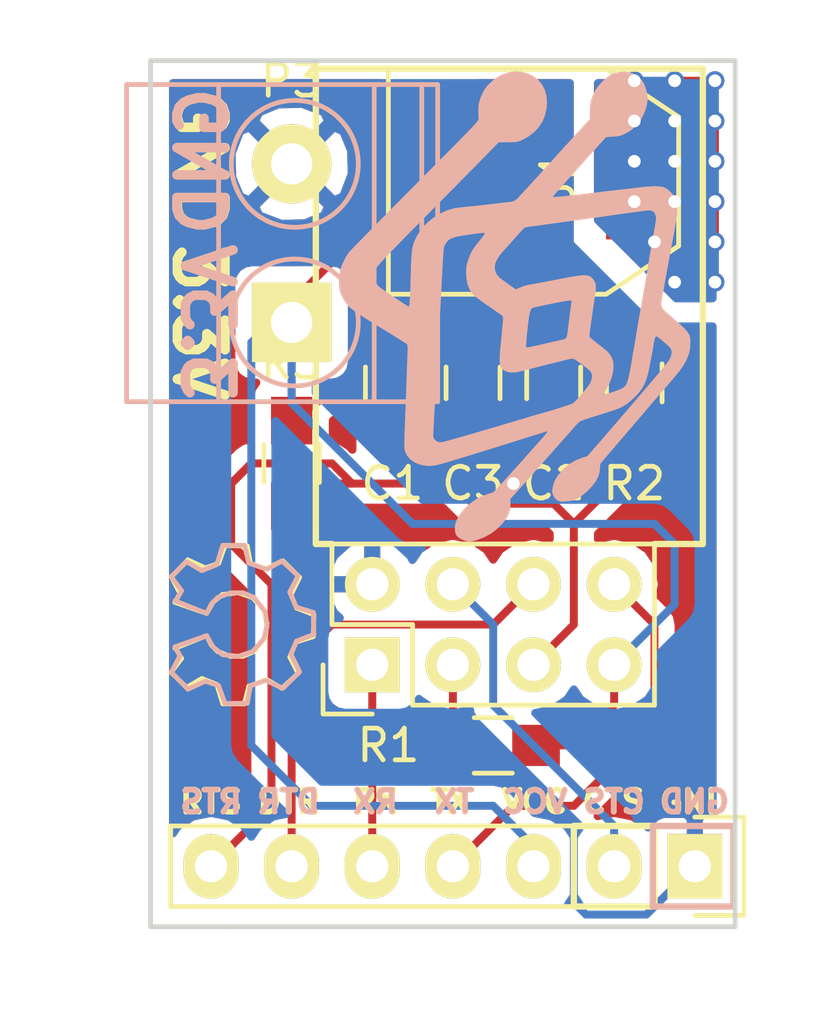
<source format=kicad_pcb>
(kicad_pcb (version 4) (host pcbnew 4.0.2-4+6225~38~ubuntu14.04.1-stable)

  (general
    (links 23)
    (no_connects 0)
    (area 127.559999 97.714999 146.125001 125.170001)
    (thickness 1.6)
    (drawings 36)
    (tracks 129)
    (zones 0)
    (modules 13)
    (nets 11)
  )

  (page A4)
  (layers
    (0 F.Cu signal)
    (31 B.Cu signal hide)
    (32 B.Adhes user)
    (33 F.Adhes user)
    (34 B.Paste user)
    (35 F.Paste user)
    (36 B.SilkS user)
    (37 F.SilkS user)
    (38 B.Mask user)
    (39 F.Mask user)
    (40 Dwgs.User user)
    (41 Cmts.User user)
    (42 Eco1.User user hide)
    (43 Eco2.User user hide)
    (44 Edge.Cuts user)
    (45 Margin user hide)
    (46 B.CrtYd user)
    (47 F.CrtYd user)
    (48 B.Fab user)
    (49 F.Fab user)
  )

  (setup
    (last_trace_width 0.25)
    (trace_clearance 0.2)
    (zone_clearance 0.508)
    (zone_45_only no)
    (trace_min 0.2)
    (segment_width 0.2)
    (edge_width 0.15)
    (via_size 0.6)
    (via_drill 0.4)
    (via_min_size 0.4)
    (via_min_drill 0.3)
    (uvia_size 0.3)
    (uvia_drill 0.1)
    (uvias_allowed no)
    (uvia_min_size 0.2)
    (uvia_min_drill 0.1)
    (pcb_text_width 0.3)
    (pcb_text_size 1.5 1.5)
    (mod_edge_width 0.15)
    (mod_text_size 1 1)
    (mod_text_width 0.15)
    (pad_size 3.6576 2.032)
    (pad_drill 0)
    (pad_to_mask_clearance 0.2)
    (aux_axis_origin 0 0)
    (visible_elements FFFEFF7F)
    (pcbplotparams
      (layerselection 0x010fc_80000001)
      (usegerberextensions false)
      (excludeedgelayer true)
      (linewidth 0.100000)
      (plotframeref false)
      (viasonmask false)
      (mode 1)
      (useauxorigin false)
      (hpglpennumber 1)
      (hpglpenspeed 20)
      (hpglpendiameter 15)
      (hpglpenoverlay 2)
      (psnegative false)
      (psa4output false)
      (plotreference true)
      (plotvalue true)
      (plotinvisibletext false)
      (padsonsilk false)
      (subtractmaskfromsilk false)
      (outputformat 1)
      (mirror false)
      (drillshape 0)
      (scaleselection 1)
      (outputdirectory Output/))
  )

  (net 0 "")
  (net 1 +3V3)
  (net 2 GND)
  (net 3 "Net-(C2-Pad1)")
  (net 4 ESPTX)
  (net 5 "Net-(P1-Pad3)")
  (net 6 "Net-(P1-Pad4)")
  (net 7 "Net-(P1-Pad5)")
  (net 8 DTR)
  (net 9 ESPRX)
  (net 10 HEAT)

  (net_class Default "This is the default net class."
    (clearance 0.2)
    (trace_width 0.25)
    (via_dia 0.6)
    (via_drill 0.4)
    (uvia_dia 0.3)
    (uvia_drill 0.1)
    (add_net +3V3)
    (add_net DTR)
    (add_net ESPRX)
    (add_net ESPTX)
    (add_net GND)
    (add_net HEAT)
    (add_net "Net-(C2-Pad1)")
    (add_net "Net-(P1-Pad3)")
    (add_net "Net-(P1-Pad4)")
    (add_net "Net-(P1-Pad5)")
  )

  (module Esp01:Symbol_OSHW-Logo_SilkScreen (layer B.Cu) (tedit 570F21EE) (tstamp 570F232F)
    (at 130.302 115.57 90)
    (descr "Symbol, OSHW-Logo, Silk Screen,")
    (tags "Symbol, OSHW-Logo, Silk Screen,")
    (fp_text reference REF** (at 0.09906 4.38912 90) (layer B.SilkS) hide
      (effects (font (size 1 1) (thickness 0.15)) (justify mirror))
    )
    (fp_text value Symbol_OSHW-Logo_SilkScreen (at 0.30988 -6.56082 90) (layer B.Fab)
      (effects (font (size 1 1) (thickness 0.15)) (justify mirror))
    )
    (fp_line (start -1.78054 -0.92964) (end -2.03962 -1.49098) (layer B.SilkS) (width 0.15))
    (fp_line (start -2.03962 -1.49098) (end -1.50114 -2.00914) (layer B.SilkS) (width 0.15))
    (fp_line (start -1.50114 -2.00914) (end -0.98044 -1.7399) (layer B.SilkS) (width 0.15))
    (fp_line (start -0.98044 -1.7399) (end -0.70104 -1.89992) (layer B.SilkS) (width 0.15))
    (fp_line (start 0.73914 -1.8796) (end 1.06934 -1.6891) (layer B.SilkS) (width 0.15))
    (fp_line (start 1.06934 -1.6891) (end 1.50876 -2.0193) (layer B.SilkS) (width 0.15))
    (fp_line (start 1.50876 -2.0193) (end 1.9812 -1.52908) (layer B.SilkS) (width 0.15))
    (fp_line (start 1.9812 -1.52908) (end 1.69926 -1.04902) (layer B.SilkS) (width 0.15))
    (fp_line (start 1.69926 -1.04902) (end 1.88976 -0.57912) (layer B.SilkS) (width 0.15))
    (fp_line (start 1.88976 -0.57912) (end 2.49936 -0.39116) (layer B.SilkS) (width 0.15))
    (fp_line (start 2.49936 -0.39116) (end 2.49936 0.28956) (layer B.SilkS) (width 0.15))
    (fp_line (start 2.49936 0.28956) (end 1.94056 0.42926) (layer B.SilkS) (width 0.15))
    (fp_line (start 1.94056 0.42926) (end 1.7399 1.00076) (layer B.SilkS) (width 0.15))
    (fp_line (start 1.7399 1.00076) (end 2.00914 1.47066) (layer B.SilkS) (width 0.15))
    (fp_line (start 2.00914 1.47066) (end 1.53924 1.9812) (layer B.SilkS) (width 0.15))
    (fp_line (start 1.53924 1.9812) (end 1.02108 1.71958) (layer B.SilkS) (width 0.15))
    (fp_line (start 1.02108 1.71958) (end 0.55118 1.92024) (layer B.SilkS) (width 0.15))
    (fp_line (start 0.55118 1.92024) (end 0.381 2.46126) (layer B.SilkS) (width 0.15))
    (fp_line (start 0.381 2.46126) (end -0.30988 2.47904) (layer B.SilkS) (width 0.15))
    (fp_line (start -0.30988 2.47904) (end -0.5207 1.9304) (layer B.SilkS) (width 0.15))
    (fp_line (start -0.5207 1.9304) (end -0.9398 1.76022) (layer B.SilkS) (width 0.15))
    (fp_line (start -0.9398 1.76022) (end -1.49098 2.02946) (layer B.SilkS) (width 0.15))
    (fp_line (start -1.49098 2.02946) (end -2.00914 1.50114) (layer B.SilkS) (width 0.15))
    (fp_line (start -2.00914 1.50114) (end -1.76022 0.96012) (layer B.SilkS) (width 0.15))
    (fp_line (start -1.76022 0.96012) (end -1.9304 0.48006) (layer B.SilkS) (width 0.15))
    (fp_line (start -1.9304 0.48006) (end -2.47904 0.381) (layer B.SilkS) (width 0.15))
    (fp_line (start -2.47904 0.381) (end -2.4892 -0.32004) (layer B.SilkS) (width 0.15))
    (fp_line (start -2.4892 -0.32004) (end -1.9304 -0.5207) (layer B.SilkS) (width 0.15))
    (fp_line (start -1.9304 -0.5207) (end -1.7907 -0.91948) (layer B.SilkS) (width 0.15))
    (fp_line (start 0.35052 -0.89916) (end 0.65024 -0.7493) (layer B.SilkS) (width 0.15))
    (fp_line (start 0.65024 -0.7493) (end 0.8509 -0.55118) (layer B.SilkS) (width 0.15))
    (fp_line (start 0.8509 -0.55118) (end 1.00076 -0.14986) (layer B.SilkS) (width 0.15))
    (fp_line (start 1.00076 -0.14986) (end 1.00076 0.24892) (layer B.SilkS) (width 0.15))
    (fp_line (start 1.00076 0.24892) (end 0.8509 0.59944) (layer B.SilkS) (width 0.15))
    (fp_line (start 0.8509 0.59944) (end 0.39878 0.94996) (layer B.SilkS) (width 0.15))
    (fp_line (start 0.39878 0.94996) (end -0.0508 1.00076) (layer B.SilkS) (width 0.15))
    (fp_line (start -0.0508 1.00076) (end -0.44958 0.89916) (layer B.SilkS) (width 0.15))
    (fp_line (start -0.44958 0.89916) (end -0.8509 0.55118) (layer B.SilkS) (width 0.15))
    (fp_line (start -0.8509 0.55118) (end -1.00076 0.09906) (layer B.SilkS) (width 0.15))
    (fp_line (start -1.00076 0.09906) (end -0.94996 -0.39878) (layer B.SilkS) (width 0.15))
    (fp_line (start -0.94996 -0.39878) (end -0.70104 -0.70104) (layer B.SilkS) (width 0.15))
    (fp_line (start -0.70104 -0.70104) (end -0.35052 -0.89916) (layer B.SilkS) (width 0.15))
    (fp_line (start -0.35052 -0.89916) (end -0.70104 -1.89992) (layer B.SilkS) (width 0.15))
    (fp_line (start 0.35052 -0.89916) (end 0.7493 -1.89992) (layer B.SilkS) (width 0.15))
  )

  (module Capacitors_SMD:C_0805_HandSoldering (layer F.Cu) (tedit 57095AAD) (tstamp 56EE4160)
    (at 140.335 107.95 270)
    (descr "Capacitor SMD 0805, hand soldering")
    (tags "capacitor 0805")
    (path /56E36A67)
    (attr smd)
    (fp_text reference C2 (at 3.175 0 360) (layer F.SilkS)
      (effects (font (size 1 1) (thickness 0.15)))
    )
    (fp_text value .1u (at 0 2.1 270) (layer F.Fab)
      (effects (font (size 1 1) (thickness 0.15)))
    )
    (fp_line (start -2.3 -1) (end 2.3 -1) (layer F.CrtYd) (width 0.05))
    (fp_line (start -2.3 1) (end 2.3 1) (layer F.CrtYd) (width 0.05))
    (fp_line (start -2.3 -1) (end -2.3 1) (layer F.CrtYd) (width 0.05))
    (fp_line (start 2.3 -1) (end 2.3 1) (layer F.CrtYd) (width 0.05))
    (fp_line (start 0.5 -0.85) (end -0.5 -0.85) (layer F.SilkS) (width 0.15))
    (fp_line (start -0.5 0.85) (end 0.5 0.85) (layer F.SilkS) (width 0.15))
    (pad 1 smd rect (at -1.25 0 270) (size 1.5 1.25) (layers F.Cu F.Paste F.Mask)
      (net 3 "Net-(C2-Pad1)"))
    (pad 2 smd rect (at 1.25 0 270) (size 1.5 1.25) (layers F.Cu F.Paste F.Mask)
      (net 2 GND))
    (model Capacitors_SMD.3dshapes/C_0805_HandSoldering.wrl
      (at (xyz 0 0 0))
      (scale (xyz 1 1 1))
      (rotate (xyz 0 0 0))
    )
  )

  (module Capacitors_SMD:C_0805_HandSoldering (layer F.Cu) (tedit 57094DDD) (tstamp 56EE415A)
    (at 135.255 107.95 270)
    (descr "Capacitor SMD 0805, hand soldering")
    (tags "capacitor 0805")
    (path /56E36A18)
    (attr smd)
    (fp_text reference C1 (at 3.175 0 360) (layer F.SilkS)
      (effects (font (size 1 1) (thickness 0.15)))
    )
    (fp_text value 100n (at 0 2.1 270) (layer F.Fab)
      (effects (font (size 1 1) (thickness 0.15)))
    )
    (fp_line (start -2.3 -1) (end 2.3 -1) (layer F.CrtYd) (width 0.05))
    (fp_line (start -2.3 1) (end 2.3 1) (layer F.CrtYd) (width 0.05))
    (fp_line (start -2.3 -1) (end -2.3 1) (layer F.CrtYd) (width 0.05))
    (fp_line (start 2.3 -1) (end 2.3 1) (layer F.CrtYd) (width 0.05))
    (fp_line (start 0.5 -0.85) (end -0.5 -0.85) (layer F.SilkS) (width 0.15))
    (fp_line (start -0.5 0.85) (end 0.5 0.85) (layer F.SilkS) (width 0.15))
    (pad 1 smd rect (at -1.25 0 270) (size 1.5 1.25) (layers F.Cu F.Paste F.Mask)
      (net 1 +3V3))
    (pad 2 smd rect (at 1.25 0 270) (size 1.5 1.25) (layers F.Cu F.Paste F.Mask)
      (net 2 GND))
    (model Capacitors_SMD.3dshapes/C_0805_HandSoldering.wrl
      (at (xyz 0 0 0))
      (scale (xyz 1 1 1))
      (rotate (xyz 0 0 0))
    )
  )

  (module Capacitors_SMD:C_0805_HandSoldering (layer F.Cu) (tedit 57095AA9) (tstamp 56EE4166)
    (at 137.795 107.95 270)
    (descr "Capacitor SMD 0805, hand soldering")
    (tags "capacitor 0805")
    (path /56E36AF6)
    (attr smd)
    (fp_text reference C3 (at 3.175 0 360) (layer F.SilkS)
      (effects (font (size 1 1) (thickness 0.15)))
    )
    (fp_text value 1uf (at 0 2.1 270) (layer F.Fab)
      (effects (font (size 1 1) (thickness 0.15)))
    )
    (fp_line (start -2.3 -1) (end 2.3 -1) (layer F.CrtYd) (width 0.05))
    (fp_line (start -2.3 1) (end 2.3 1) (layer F.CrtYd) (width 0.05))
    (fp_line (start -2.3 -1) (end -2.3 1) (layer F.CrtYd) (width 0.05))
    (fp_line (start 2.3 -1) (end 2.3 1) (layer F.CrtYd) (width 0.05))
    (fp_line (start 0.5 -0.85) (end -0.5 -0.85) (layer F.SilkS) (width 0.15))
    (fp_line (start -0.5 0.85) (end 0.5 0.85) (layer F.SilkS) (width 0.15))
    (pad 1 smd rect (at -1.25 0 270) (size 1.5 1.25) (layers F.Cu F.Paste F.Mask)
      (net 1 +3V3))
    (pad 2 smd rect (at 1.25 0 270) (size 1.5 1.25) (layers F.Cu F.Paste F.Mask)
      (net 2 GND))
    (model Capacitors_SMD.3dshapes/C_0805_HandSoldering.wrl
      (at (xyz 0 0 0))
      (scale (xyz 1 1 1))
      (rotate (xyz 0 0 0))
    )
  )

  (module Pin_Headers:Pin_Header_Straight_2x04 (layer F.Cu) (tedit 56F6CE27) (tstamp 56EE4172)
    (at 134.62 116.84 90)
    (descr "Through hole pin header")
    (tags "pin header")
    (path /56E3699D)
    (fp_text reference P1 (at 0 -2.54 90) (layer F.SilkS) hide
      (effects (font (size 1 1) (thickness 0.15)))
    )
    (fp_text value CONN_02X04 (at 0 -3.1 90) (layer F.Fab)
      (effects (font (size 1 1) (thickness 0.15)))
    )
    (fp_line (start -1.75 -1.75) (end -1.75 9.4) (layer F.CrtYd) (width 0.05))
    (fp_line (start 4.3 -1.75) (end 4.3 9.4) (layer F.CrtYd) (width 0.05))
    (fp_line (start -1.75 -1.75) (end 4.3 -1.75) (layer F.CrtYd) (width 0.05))
    (fp_line (start -1.75 9.4) (end 4.3 9.4) (layer F.CrtYd) (width 0.05))
    (fp_line (start -1.27 1.27) (end -1.27 8.89) (layer F.SilkS) (width 0.15))
    (fp_line (start -1.27 8.89) (end 3.81 8.89) (layer F.SilkS) (width 0.15))
    (fp_line (start 3.81 8.89) (end 3.81 -1.27) (layer F.SilkS) (width 0.15))
    (fp_line (start 3.81 -1.27) (end 1.27 -1.27) (layer F.SilkS) (width 0.15))
    (fp_line (start 0 -1.55) (end -1.55 -1.55) (layer F.SilkS) (width 0.15))
    (fp_line (start 1.27 -1.27) (end 1.27 1.27) (layer F.SilkS) (width 0.15))
    (fp_line (start 1.27 1.27) (end -1.27 1.27) (layer F.SilkS) (width 0.15))
    (fp_line (start -1.55 -1.55) (end -1.55 0) (layer F.SilkS) (width 0.15))
    (pad 1 thru_hole rect (at 0 0 90) (size 1.7272 1.7272) (drill 1.016) (layers *.Cu *.Mask F.SilkS)
      (net 4 ESPTX))
    (pad 2 thru_hole oval (at 2.54 0 90) (size 1.7272 1.7272) (drill 1.016) (layers *.Cu *.Mask F.SilkS)
      (net 2 GND))
    (pad 3 thru_hole oval (at 0 2.54 90) (size 1.7272 1.7272) (drill 1.016) (layers *.Cu *.Mask F.SilkS)
      (net 5 "Net-(P1-Pad3)"))
    (pad 4 thru_hole oval (at 2.54 2.54 90) (size 1.7272 1.7272) (drill 1.016) (layers *.Cu *.Mask F.SilkS)
      (net 6 "Net-(P1-Pad4)"))
    (pad 5 thru_hole oval (at 0 5.08 90) (size 1.7272 1.7272) (drill 1.016) (layers *.Cu *.Mask F.SilkS)
      (net 7 "Net-(P1-Pad5)"))
    (pad 6 thru_hole oval (at 2.54 5.08 90) (size 1.7272 1.7272) (drill 1.016) (layers *.Cu *.Mask F.SilkS)
      (net 8 DTR))
    (pad 7 thru_hole oval (at 0 7.62 90) (size 1.7272 1.7272) (drill 1.016) (layers *.Cu *.Mask F.SilkS)
      (net 1 +3V3))
    (pad 8 thru_hole oval (at 2.54 7.62 90) (size 1.7272 1.7272) (drill 1.016) (layers *.Cu *.Mask F.SilkS)
      (net 9 ESPRX))
    (model Pin_Headers.3dshapes/Pin_Header_Straight_2x04.wrl
      (at (xyz 0.05 -0.15 0))
      (scale (xyz 1 1 1))
      (rotate (xyz 0 0 90))
    )
  )

  (module Resistors_SMD:R_0805_HandSoldering (layer F.Cu) (tedit 56F6D006) (tstamp 56EE4182)
    (at 138.43 119.38)
    (descr "Resistor SMD 0805, hand soldering")
    (tags "resistor 0805")
    (path /56E36CDE)
    (attr smd)
    (fp_text reference R1 (at -3.302 0) (layer F.SilkS)
      (effects (font (size 1 1) (thickness 0.15)))
    )
    (fp_text value 10k (at 0 2.1) (layer F.Fab)
      (effects (font (size 1 1) (thickness 0.15)))
    )
    (fp_line (start -2.4 -1) (end 2.4 -1) (layer F.CrtYd) (width 0.05))
    (fp_line (start -2.4 1) (end 2.4 1) (layer F.CrtYd) (width 0.05))
    (fp_line (start -2.4 -1) (end -2.4 1) (layer F.CrtYd) (width 0.05))
    (fp_line (start 2.4 -1) (end 2.4 1) (layer F.CrtYd) (width 0.05))
    (fp_line (start 0.6 0.875) (end -0.6 0.875) (layer F.SilkS) (width 0.15))
    (fp_line (start -0.6 -0.875) (end 0.6 -0.875) (layer F.SilkS) (width 0.15))
    (pad 1 smd rect (at -1.35 0) (size 1.5 1.3) (layers F.Cu F.Paste F.Mask)
      (net 5 "Net-(P1-Pad3)"))
    (pad 2 smd rect (at 1.35 0) (size 1.5 1.3) (layers F.Cu F.Paste F.Mask)
      (net 1 +3V3))
    (model Resistors_SMD.3dshapes/R_0805_HandSoldering.wrl
      (at (xyz 0 0 0))
      (scale (xyz 1 1 1))
      (rotate (xyz 0 0 0))
    )
  )

  (module Resistors_SMD:R_0805_HandSoldering (layer F.Cu) (tedit 57095A9B) (tstamp 56EE4188)
    (at 142.875 107.95 90)
    (descr "Resistor SMD 0805, hand soldering")
    (tags "resistor 0805")
    (path /56E36D03)
    (attr smd)
    (fp_text reference R2 (at -3.175 0 180) (layer F.SilkS)
      (effects (font (size 1 1) (thickness 0.15)))
    )
    (fp_text value 10k (at 0 2.1 90) (layer F.Fab)
      (effects (font (size 1 1) (thickness 0.15)))
    )
    (fp_line (start -2.4 -1) (end 2.4 -1) (layer F.CrtYd) (width 0.05))
    (fp_line (start -2.4 1) (end 2.4 1) (layer F.CrtYd) (width 0.05))
    (fp_line (start -2.4 -1) (end -2.4 1) (layer F.CrtYd) (width 0.05))
    (fp_line (start 2.4 -1) (end 2.4 1) (layer F.CrtYd) (width 0.05))
    (fp_line (start 0.6 0.875) (end -0.6 0.875) (layer F.SilkS) (width 0.15))
    (fp_line (start -0.6 -0.875) (end 0.6 -0.875) (layer F.SilkS) (width 0.15))
    (pad 1 smd rect (at -1.35 0 90) (size 1.5 1.3) (layers F.Cu F.Paste F.Mask)
      (net 7 "Net-(P1-Pad5)"))
    (pad 2 smd rect (at 1.35 0 90) (size 1.5 1.3) (layers F.Cu F.Paste F.Mask)
      (net 1 +3V3))
    (model Resistors_SMD.3dshapes/R_0805_HandSoldering.wrl
      (at (xyz 0 0 0))
      (scale (xyz 1 1 1))
      (rotate (xyz 0 0 0))
    )
  )

  (module Resistors_SMD:R_0805_HandSoldering (layer F.Cu) (tedit 57094DE1) (tstamp 56EE418E)
    (at 132.08 110.49 270)
    (descr "Resistor SMD 0805, hand soldering")
    (tags "resistor 0805")
    (path /56E36CBB)
    (attr smd)
    (fp_text reference R3 (at -3.175 0 360) (layer F.SilkS)
      (effects (font (size 1 1) (thickness 0.15)))
    )
    (fp_text value 10k (at 0 2.1 270) (layer F.Fab)
      (effects (font (size 1 1) (thickness 0.15)))
    )
    (fp_line (start -2.4 -1) (end 2.4 -1) (layer F.CrtYd) (width 0.05))
    (fp_line (start -2.4 1) (end 2.4 1) (layer F.CrtYd) (width 0.05))
    (fp_line (start -2.4 -1) (end -2.4 1) (layer F.CrtYd) (width 0.05))
    (fp_line (start 2.4 -1) (end 2.4 1) (layer F.CrtYd) (width 0.05))
    (fp_line (start 0.6 0.875) (end -0.6 0.875) (layer F.SilkS) (width 0.15))
    (fp_line (start -0.6 -0.875) (end 0.6 -0.875) (layer F.SilkS) (width 0.15))
    (pad 1 smd rect (at -1.35 0 270) (size 1.5 1.3) (layers F.Cu F.Paste F.Mask)
      (net 1 +3V3))
    (pad 2 smd rect (at 1.35 0 270) (size 1.5 1.3) (layers F.Cu F.Paste F.Mask)
      (net 8 DTR))
    (model Resistors_SMD.3dshapes/R_0805_HandSoldering.wrl
      (at (xyz 0 0 0))
      (scale (xyz 1 1 1))
      (rotate (xyz 0 0 0))
    )
  )

  (module TO_SOT_Packages_SMD:SOT-223 (layer F.Cu) (tedit 56EE4E88) (tstamp 56EE4196)
    (at 139.7 101.6 270)
    (descr "module CMS SOT223 4 pins")
    (tags "CMS SOT")
    (path /56EE585F)
    (attr smd)
    (fp_text reference U1 (at 0 -0.762 270) (layer F.SilkS)
      (effects (font (size 1 1) (thickness 0.15)))
    )
    (fp_text value LM317_SOT223 (at 0 0.762 270) (layer F.Fab)
      (effects (font (size 1 1) (thickness 0.15)))
    )
    (fp_line (start -3.556 1.524) (end -3.556 4.572) (layer F.SilkS) (width 0.15))
    (fp_line (start -3.556 4.572) (end 3.556 4.572) (layer F.SilkS) (width 0.15))
    (fp_line (start 3.556 4.572) (end 3.556 1.524) (layer F.SilkS) (width 0.15))
    (fp_line (start -3.556 -1.524) (end -3.556 -2.286) (layer F.SilkS) (width 0.15))
    (fp_line (start -3.556 -2.286) (end -2.032 -4.572) (layer F.SilkS) (width 0.15))
    (fp_line (start -2.032 -4.572) (end 2.032 -4.572) (layer F.SilkS) (width 0.15))
    (fp_line (start 2.032 -4.572) (end 3.556 -2.286) (layer F.SilkS) (width 0.15))
    (fp_line (start 3.556 -2.286) (end 3.556 -1.524) (layer F.SilkS) (width 0.15))
    (pad 4 smd rect (at 0 -3.302 270) (size 3.6576 2.032) (layers F.Cu F.Paste F.Mask)
      (net 10 HEAT))
    (pad 2 smd rect (at 0 3.302 270) (size 1.016 2.032) (layers F.Cu F.Paste F.Mask)
      (net 1 +3V3))
    (pad 3 smd rect (at 2.286 3.302 270) (size 1.016 2.032) (layers F.Cu F.Paste F.Mask)
      (net 3 "Net-(C2-Pad1)"))
    (pad 1 smd rect (at -2.286 3.302 270) (size 1.016 2.032) (layers F.Cu F.Paste F.Mask)
      (net 2 GND))
    (model TO_SOT_Packages_SMD.3dshapes/SOT-223.wrl
      (at (xyz 0 0 0))
      (scale (xyz 0.4 0.4 0.4))
      (rotate (xyz 0 0 0))
    )
  )

  (module Pin_Headers:Pin_Header_Straight_1x07 (layer F.Cu) (tedit 570EC502) (tstamp 570EC2CC)
    (at 144.78 123.19 270)
    (descr "Through hole pin header")
    (tags "pin header")
    (path /570EC022)
    (fp_text reference P2 (at 0 -5.1 270) (layer F.SilkS) hide
      (effects (font (size 1 1) (thickness 0.15)))
    )
    (fp_text value CONN_01X07 (at 0 -3.1 270) (layer F.Fab)
      (effects (font (size 1 1) (thickness 0.15)))
    )
    (fp_line (start -1.75 -1.75) (end -1.75 17) (layer F.CrtYd) (width 0.05))
    (fp_line (start 1.75 -1.75) (end 1.75 17) (layer F.CrtYd) (width 0.05))
    (fp_line (start -1.75 -1.75) (end 1.75 -1.75) (layer F.CrtYd) (width 0.05))
    (fp_line (start -1.75 17) (end 1.75 17) (layer F.CrtYd) (width 0.05))
    (fp_line (start 1.27 1.27) (end 1.27 16.51) (layer F.SilkS) (width 0.15))
    (fp_line (start 1.27 16.51) (end -1.27 16.51) (layer F.SilkS) (width 0.15))
    (fp_line (start -1.27 16.51) (end -1.27 1.27) (layer F.SilkS) (width 0.15))
    (fp_line (start 1.55 -1.55) (end 1.55 0) (layer F.SilkS) (width 0.15))
    (fp_line (start 1.27 1.27) (end -1.27 1.27) (layer F.SilkS) (width 0.15))
    (fp_line (start -1.55 0) (end -1.55 -1.55) (layer F.SilkS) (width 0.15))
    (fp_line (start -1.55 -1.55) (end 1.55 -1.55) (layer F.SilkS) (width 0.15))
    (pad 1 thru_hole rect (at 0 0 270) (size 2.032 1.7272) (drill 1.016) (layers *.Cu *.Mask F.SilkS)
      (net 2 GND))
    (pad 2 thru_hole oval (at 0 2.54 270) (size 2.032 1.7272) (drill 1.016) (layers *.Cu *.Mask F.SilkS)
      (net 6 "Net-(P1-Pad4)"))
    (pad 3 thru_hole oval (at 0 5.08 270) (size 2.032 1.7272) (drill 1.016) (layers *.Cu *.Mask F.SilkS)
      (net 1 +3V3))
    (pad 4 thru_hole oval (at 0 7.62 270) (size 2.032 1.7272) (drill 1.016) (layers *.Cu *.Mask F.SilkS)
      (net 9 ESPRX))
    (pad 5 thru_hole oval (at 0 10.16 270) (size 2.032 1.7272) (drill 1.016) (layers *.Cu *.Mask F.SilkS)
      (net 4 ESPTX))
    (pad 6 thru_hole oval (at 0 12.7 270) (size 2.032 1.7272) (drill 1.016) (layers *.Cu *.Mask F.SilkS)
      (net 8 DTR))
    (pad 7 thru_hole oval (at 0 15.24 270) (size 2.032 1.7272) (drill 1.016) (layers *.Cu *.Mask F.SilkS)
      (net 7 "Net-(P1-Pad5)"))
    (model Pin_Headers.3dshapes/Pin_Header_Straight_1x07.wrl
      (at (xyz 0 -0.3 0))
      (scale (xyz 1 1 1))
      (rotate (xyz 0 0 90))
    )
  )

  (module Esp01:SBHXSMALL (layer B.Cu) (tedit 0) (tstamp 570F1FB3)
    (at 139.065 105.41)
    (fp_text reference G*** (at 0 0) (layer B.SilkS) hide
      (effects (font (thickness 0.3)) (justify mirror))
    )
    (fp_text value LOGO (at 0.75 0) (layer B.SilkS) hide
      (effects (font (thickness 0.3)) (justify mirror))
    )
    (fp_poly (pts (xy -1.327164 7.533275) (xy -1.205757 7.508397) (xy -1.170773 7.498759) (xy -0.929205 7.409783)
      (xy -0.705878 7.287497) (xy -0.505264 7.135071) (xy -0.331833 6.955672) (xy -0.248569 6.845073)
      (xy -0.16878 6.71111) (xy -0.120018 6.58276) (xy -0.097782 6.445898) (xy -0.09522 6.363699)
      (xy -0.096002 6.194518) (xy 0.110792 5.967459) (xy 0.165804 5.906591) (xy 0.244304 5.819066)
      (xy 0.342903 5.708712) (xy 0.458209 5.579351) (xy 0.586831 5.434809) (xy 0.725378 5.278912)
      (xy 0.870459 5.115484) (xy 1.018683 4.94835) (xy 1.16666 4.781336) (xy 1.310997 4.618265)
      (xy 1.448305 4.462963) (xy 1.575191 4.319256) (xy 1.688266 4.190967) (xy 1.784138 4.081923)
      (xy 1.859415 3.995947) (xy 1.89992 3.949367) (xy 1.964474 3.877427) (xy 2.025177 3.814492)
      (xy 2.073792 3.768865) (xy 2.095799 3.751926) (xy 2.132753 3.735007) (xy 2.200906 3.709181)
      (xy 2.292522 3.677176) (xy 2.399863 3.64172) (xy 2.481879 3.615793) (xy 2.686891 3.552058)
      (xy 2.857228 3.498664) (xy 2.99709 3.454114) (xy 3.110681 3.416911) (xy 3.202203 3.385558)
      (xy 3.275857 3.358558) (xy 3.335846 3.334415) (xy 3.386371 3.311631) (xy 3.431635 3.28871)
      (xy 3.475841 3.264154) (xy 3.486791 3.257833) (xy 3.597823 3.182765) (xy 3.717839 3.083867)
      (xy 3.836824 2.970926) (xy 3.944766 2.85373) (xy 4.03165 2.742068) (xy 4.061045 2.696511)
      (xy 4.099228 2.629341) (xy 4.133086 2.562025) (xy 4.163758 2.490275) (xy 4.192382 2.4098)
      (xy 4.220096 2.316314) (xy 4.248041 2.205526) (xy 4.277353 2.073148) (xy 4.309172 1.914892)
      (xy 4.344635 1.726468) (xy 4.384883 1.503587) (xy 4.399293 1.4224) (xy 4.42336 1.283552)
      (xy 4.442452 1.181738) (xy 4.460883 1.114428) (xy 4.482961 1.079092) (xy 4.512999 1.073198)
      (xy 4.555309 1.094216) (xy 4.6142 1.139616) (xy 4.693985 1.206868) (xy 4.723822 1.231912)
      (xy 4.820841 1.314466) (xy 4.890189 1.377823) (xy 4.936741 1.427131) (xy 4.965369 1.467534)
      (xy 4.980628 1.503106) (xy 4.990177 1.605499) (xy 4.961608 1.720944) (xy 4.89511 1.848917)
      (xy 4.818843 1.954828) (xy 4.776991 2.006045) (xy 4.711132 2.085036) (xy 4.623824 2.188813)
      (xy 4.517619 2.314391) (xy 4.395074 2.458782) (xy 4.258743 2.619) (xy 4.111182 2.792059)
      (xy 3.954945 2.974973) (xy 3.792587 3.164755) (xy 3.626663 3.358418) (xy 3.459728 3.552976)
      (xy 3.294337 3.745443) (xy 3.133046 3.932832) (xy 2.978408 4.112157) (xy 2.83298 4.280432)
      (xy 2.699315 4.434669) (xy 2.57997 4.571883) (xy 2.575576 4.576922) (xy 2.332083 4.856164)
      (xy 2.187121 4.898962) (xy 1.968388 4.984268) (xy 1.764891 5.104806) (xy 1.582372 5.256295)
      (xy 1.426568 5.434453) (xy 1.380365 5.500854) (xy 1.321145 5.600938) (xy 1.27945 5.697785)
      (xy 1.249835 5.806659) (xy 1.229621 5.92328) (xy 1.234791 6.015118) (xy 1.270973 6.109304)
      (xy 1.331669 6.192537) (xy 1.38176 6.234845) (xy 1.418989 6.257277) (xy 1.456056 6.270729)
      (xy 1.50381 6.276844) (xy 1.573102 6.277263) (xy 1.64592 6.274819) (xy 1.790716 6.26035)
      (xy 1.920951 6.226809) (xy 2.044472 6.170338) (xy 2.169128 6.087084) (xy 2.302768 5.973189)
      (xy 2.348912 5.929447) (xy 2.488154 5.782566) (xy 2.59225 5.643552) (xy 2.664355 5.506685)
      (xy 2.707624 5.366244) (xy 2.723385 5.250571) (xy 2.735043 5.085862) (xy 3.273277 4.458091)
      (xy 3.408191 4.300659) (xy 3.550273 4.134728) (xy 3.693785 3.967009) (xy 3.832988 3.804212)
      (xy 3.962144 3.653047) (xy 4.075516 3.520225) (xy 4.156195 3.425575) (xy 4.275692 3.285552)
      (xy 4.411135 3.127333) (xy 4.552602 2.962477) (xy 4.69017 2.802546) (xy 4.813916 2.659099)
      (xy 4.842123 2.626481) (xy 4.975845 2.471142) (xy 5.085666 2.341398) (xy 5.17497 2.232724)
      (xy 5.247139 2.140597) (xy 5.305558 2.060491) (xy 5.353608 1.987881) (xy 5.394673 1.918243)
      (xy 5.432136 1.847052) (xy 5.446137 1.81864) (xy 5.505868 1.683166) (xy 5.543957 1.561345)
      (xy 5.564419 1.435842) (xy 5.571268 1.28932) (xy 5.571341 1.277936) (xy 5.570894 1.203978)
      (xy 5.567026 1.140126) (xy 5.557002 1.082694) (xy 5.538087 1.027999) (xy 5.507545 0.972355)
      (xy 5.462641 0.91208) (xy 5.40064 0.843487) (xy 5.318807 0.762893) (xy 5.214405 0.666614)
      (xy 5.084701 0.550965) (xy 4.93186 0.41656) (xy 4.836442 0.33354) (xy 4.763651 0.268225)
      (xy 4.711355 0.213494) (xy 4.677422 0.162226) (xy 4.659719 0.107299) (xy 4.656115 0.041593)
      (xy 4.664478 -0.042013) (xy 4.682676 -0.150641) (xy 4.708577 -0.291411) (xy 4.712853 -0.31496)
      (xy 4.738532 -0.457251) (xy 4.767119 -0.616062) (xy 4.795427 -0.773663) (xy 4.820267 -0.912323)
      (xy 4.824271 -0.93472) (xy 4.848718 -1.0699) (xy 4.877508 -1.226522) (xy 4.907227 -1.386138)
      (xy 4.934457 -1.530297) (xy 4.937135 -1.54432) (xy 4.976497 -1.752435) (xy 5.016519 -1.968143)
      (xy 5.055288 -2.180909) (xy 5.090895 -2.3802) (xy 5.121429 -2.555482) (xy 5.134298 -2.63144)
      (xy 5.156624 -2.824855) (xy 5.156894 -3.001051) (xy 5.135481 -3.154126) (xy 5.093629 -3.276407)
      (xy 5.013907 -3.404545) (xy 4.912215 -3.514615) (xy 4.798775 -3.595688) (xy 4.791278 -3.599673)
      (xy 4.714738 -3.628773) (xy 4.61572 -3.647021) (xy 4.490924 -3.654457) (xy 4.337047 -3.65112)
      (xy 4.15079 -3.637049) (xy 3.928849 -3.612283) (xy 3.9116 -3.610113) (xy 3.776512 -3.593268)
      (xy 3.644998 -3.577344) (xy 3.526214 -3.563413) (xy 3.429319 -3.552551) (xy 3.36347 -3.54583)
      (xy 3.36296 -3.545783) (xy 3.289932 -3.538484) (xy 3.188586 -3.52741) (xy 3.070915 -3.513918)
      (xy 2.948916 -3.49936) (xy 2.91592 -3.495315) (xy 2.600005 -3.456555) (xy 2.322482 -3.422993)
      (xy 2.081463 -3.394437) (xy 1.875058 -3.370698) (xy 1.701379 -3.351583) (xy 1.558536 -3.336902)
      (xy 1.444642 -3.326464) (xy 1.357806 -3.320078) (xy 1.29614 -3.317552) (xy 1.257756 -3.318697)
      (xy 1.240764 -3.32332) (xy 1.23952 -3.32581) (xy 1.252637 -3.345307) (xy 1.289734 -3.390938)
      (xy 1.347428 -3.458788) (xy 1.42234 -3.544941) (xy 1.511086 -3.645483) (xy 1.610284 -3.756498)
      (xy 1.64084 -3.790441) (xy 1.765352 -3.928649) (xy 1.908343 -4.087562) (xy 2.061196 -4.257594)
      (xy 2.215298 -4.429156) (xy 2.362033 -4.592664) (xy 2.479594 -4.723803) (xy 2.917029 -5.21208)
      (xy 3.109514 -5.224516) (xy 3.223824 -5.233095) (xy 3.310131 -5.243858) (xy 3.381056 -5.260036)
      (xy 3.449223 -5.284859) (xy 3.527254 -5.321557) (xy 3.56616 -5.341368) (xy 3.72808 -5.445783)
      (xy 3.876137 -5.582357) (xy 4.002657 -5.743084) (xy 4.080357 -5.877829) (xy 4.153886 -6.052976)
      (xy 4.203135 -6.226308) (xy 4.225147 -6.386803) (xy 4.226048 -6.42112) (xy 4.217831 -6.520397)
      (xy 4.19555 -6.637173) (xy 4.163303 -6.755632) (xy 4.125189 -6.859962) (xy 4.098187 -6.914467)
      (xy 4.033514 -7.002668) (xy 3.947465 -7.090377) (xy 3.85427 -7.164318) (xy 3.790089 -7.201883)
      (xy 3.651974 -7.247217) (xy 3.49582 -7.264344) (xy 3.332582 -7.253537) (xy 3.173214 -7.21507)
      (xy 3.096359 -7.184616) (xy 3.002254 -7.128626) (xy 2.898144 -7.045569) (xy 2.792766 -6.944439)
      (xy 2.694859 -6.83423) (xy 2.613161 -6.723934) (xy 2.561865 -6.63448) (xy 2.50507 -6.510142)
      (xy 2.465311 -6.408757) (xy 2.439636 -6.317894) (xy 2.425094 -6.225121) (xy 2.418732 -6.118006)
      (xy 2.417563 -6.026778) (xy 2.417047 -5.78104) (xy 2.010222 -5.334) (xy 1.912197 -5.226181)
      (xy 1.791751 -5.093532) (xy 1.65371 -4.941377) (xy 1.5029 -4.775039) (xy 1.344145 -4.599841)
      (xy 1.182272 -4.421109) (xy 1.022106 -4.244164) (xy 0.886692 -4.09448) (xy 0.747059 -3.940401)
      (xy 0.61363 -3.793779) (xy 0.489266 -3.657713) (xy 0.376823 -3.535302) (xy 0.27916 -3.429646)
      (xy 0.199136 -3.343844) (xy 0.139609 -3.280994) (xy 0.103437 -3.244197) (xy 0.096957 -3.238164)
      (xy 0.04359 -3.198736) (xy -0.014162 -3.175499) (xy -0.093392 -3.161884) (xy -0.104877 -3.160614)
      (xy -0.161734 -3.154302) (xy -0.251463 -3.144021) (xy -0.366581 -3.130645) (xy -0.49961 -3.115044)
      (xy -0.643069 -3.098091) (xy -0.73152 -3.087576) (xy -0.887502 -3.069353) (xy -1.046708 -3.0514)
      (xy -1.199322 -3.034779) (xy -1.335525 -3.020549) (xy -1.445498 -3.009772) (xy -1.482781 -3.00642)
      (xy -1.595897 -2.99526) (xy -1.709025 -2.981678) (xy -1.807976 -2.967508) (xy -1.870808 -2.956272)
      (xy -2.098616 -2.889453) (xy -2.318017 -2.78879) (xy -2.523981 -2.658619) (xy -2.711478 -2.503274)
      (xy -2.875479 -2.32709) (xy -3.010955 -2.134401) (xy -3.112876 -1.929541) (xy -3.136449 -1.865495)
      (xy -3.155164 -1.804554) (xy -3.170871 -1.739171) (xy -3.183995 -1.664652) (xy -3.194966 -1.5763)
      (xy -3.204212 -1.469421) (xy -3.212159 -1.33932) (xy -3.219237 -1.1813) (xy -3.225874 -0.990667)
      (xy -3.230547 -0.83312) (xy -3.23763 -0.594997) (xy -3.244437 -0.395068) (xy -3.251124 -0.230891)
      (xy -3.25785 -0.100021) (xy -3.26477 -0.000016) (xy -3.272043 0.071568) (xy -3.279824 0.117175)
      (xy -3.288271 0.139247) (xy -3.293205 0.14224) (xy -3.315718 0.131267) (xy -3.36628 0.100743)
      (xy -3.439533 0.054258) (xy -3.53012 -0.004595) (xy -3.632682 -0.072226) (xy -3.741864 -0.145041)
      (xy -3.852306 -0.219451) (xy -3.958651 -0.291862) (xy -4.055542 -0.358684) (xy -4.137621 -0.416325)
      (xy -4.199531 -0.461193) (xy -4.235913 -0.489697) (xy -4.236049 -0.489816) (xy -4.321964 -0.59065)
      (xy -4.373658 -0.708492) (xy -4.389948 -0.836681) (xy -4.369651 -0.968558) (xy -4.336154 -1.05335)
      (xy -4.32088 -1.080039) (xy -4.297899 -1.113302) (xy -4.265694 -1.154734) (xy -4.222747 -1.205932)
      (xy -4.167542 -1.268491) (xy -4.098559 -1.344009) (xy -4.014281 -1.434081) (xy -3.913191 -1.540304)
      (xy -3.793772 -1.664273) (xy -3.654504 -1.807585) (xy -3.493871 -1.971837) (xy -3.310355 -2.158623)
      (xy -3.102438 -2.369542) (xy -2.868603 -2.606187) (xy -2.642507 -2.83464) (xy -2.462315 -3.016705)
      (xy -2.267295 -3.213933) (xy -2.063676 -3.420012) (xy -1.857689 -3.62863) (xy -1.655562 -3.833477)
      (xy -1.463525 -4.028242) (xy -1.287807 -4.206614) (xy -1.138219 -4.35864) (xy -0.458934 -5.04952)
      (xy -0.173587 -5.04952) (xy -0.058985 -5.049937) (xy 0.024725 -5.05215) (xy 0.087289 -5.057596)
      (xy 0.138451 -5.067715) (xy 0.187957 -5.083947) (xy 0.245554 -5.10773) (xy 0.258435 -5.113316)
      (xy 0.468243 -5.224732) (xy 0.648803 -5.362589) (xy 0.798464 -5.524431) (xy 0.915577 -5.707803)
      (xy 0.998492 -5.91025) (xy 1.045559 -6.129317) (xy 1.056339 -6.300591) (xy 1.039166 -6.50628)
      (xy 0.987615 -6.693029) (xy 0.902745 -6.858749) (xy 0.785618 -7.001351) (xy 0.642961 -7.115111)
      (xy 0.466854 -7.205275) (xy 0.277276 -7.258195) (xy 0.078341 -7.273268) (xy -0.125837 -7.249887)
      (xy -0.18288 -7.2365) (xy -0.369218 -7.169239) (xy -0.545426 -7.066484) (xy -0.715588 -6.925806)
      (xy -0.733205 -6.9088) (xy -0.817095 -6.822336) (xy -0.879091 -6.745772) (xy -0.929792 -6.664598)
      (xy -0.970723 -6.58368) (xy -1.022065 -6.467872) (xy -1.059315 -6.362891) (xy -1.083899 -6.259339)
      (xy -1.097243 -6.147822) (xy -1.100775 -6.01894) (xy -1.09592 -5.863298) (xy -1.09168 -5.78696)
      (xy -1.091462 -5.776037) (xy -1.093073 -5.76436) (xy -1.097908 -5.750471) (xy -1.107362 -5.73291)
      (xy -1.12283 -5.71022) (xy -1.145707 -5.68094) (xy -1.177387 -5.643612) (xy -1.219267 -5.596778)
      (xy -1.272741 -5.538977) (xy -1.339204 -5.468751) (xy -1.420051 -5.384641) (xy -1.516676 -5.285188)
      (xy -1.630476 -5.168933) (xy -1.762844 -5.034417) (xy -1.915176 -4.880182) (xy -2.088868 -4.704767)
      (xy -2.285313 -4.506715) (xy -2.505907 -4.284566) (xy -2.752045 -4.036861) (xy -3.025121 -3.762142)
      (xy -3.092862 -3.694) (xy -3.331994 -3.453258) (xy -3.564181 -3.219126) (xy -3.787708 -2.993353)
      (xy -4.000857 -2.777688) (xy -4.201912 -2.57388) (xy -4.389157 -2.383678) (xy -4.560877 -2.208832)
      (xy -4.715353 -2.05109) (xy -4.850871 -1.912202) (xy -4.965714 -1.793916) (xy -5.058166 -1.697982)
      (xy -5.12651 -1.626149) (xy -5.16903 -1.580165) (xy -5.182254 -1.56464) (xy -5.260418 -1.445605)
      (xy -5.336414 -1.304145) (xy -5.402325 -1.156667) (xy -5.450235 -1.019581) (xy -5.456748 -0.99568)
      (xy -5.475859 -0.888467) (xy -5.48669 -0.757439) (xy -5.488983 -0.618418) (xy -5.482481 -0.487226)
      (xy -5.466924 -0.379684) (xy -5.466815 -0.379196) (xy -5.423736 -0.246383) (xy -5.35567 -0.106399)
      (xy -5.271056 0.024817) (xy -5.218296 0.089986) (xy -5.184195 0.125909) (xy -5.143592 0.163596)
      (xy -5.09364 0.204962) (xy -5.031492 0.251923) (xy -4.954301 0.306391) (xy -4.85922 0.370281)
      (xy -4.743402 0.445508) (xy -4.603999 0.533986) (xy -4.438165 0.637629) (xy -4.243052 0.758352)
      (xy -4.02336 0.893438) (xy -3.876681 0.983687) (xy -3.7402 1.068137) (xy -3.617988 1.144233)
      (xy -3.514109 1.209424) (xy -3.432633 1.261157) (xy -3.377627 1.296878) (xy -3.353158 1.314035)
      (xy -3.353 1.314178) (xy -3.337136 1.34031) (xy -3.3288 1.387106) (xy -3.326971 1.462554)
      (xy -3.32804 1.509286) (xy -3.33181 1.624263) (xy -3.336889 1.773938) (xy -3.343065 1.952401)
      (xy -3.350125 2.153739) (xy -3.357857 2.37204) (xy -3.366048 2.601392) (xy -3.374485 2.835883)
      (xy -3.382957 3.0696) (xy -3.391251 3.296632) (xy -3.399154 3.511067) (xy -3.406454 3.706992)
      (xy -3.412939 3.878495) (xy -3.416557 3.97256) (xy -3.423326 4.15101) (xy -3.425742 4.221466)
      (xy -2.527211 4.221466) (xy -2.526218 4.176395) (xy -2.523099 4.095991) (xy -2.518135 3.985488)
      (xy -2.511606 3.850123) (xy -2.503791 3.695131) (xy -2.494972 3.525747) (xy -2.485428 3.347207)
      (xy -2.47544 3.164745) (xy -2.465287 2.983597) (xy -2.45525 2.808999) (xy -2.445609 2.646186)
      (xy -2.436644 2.500394) (xy -2.428635 2.376856) (xy -2.427989 2.36728) (xy -2.421544 2.270533)
      (xy -2.414946 2.16809) (xy -2.408031 2.057056) (xy -2.400636 1.934538) (xy -2.3926 1.797641)
      (xy -2.383759 1.643471) (xy -2.373951 1.469133) (xy -2.363012 1.271732) (xy -2.35078 1.048375)
      (xy -2.337093 0.796168) (xy -2.321787 0.512214) (xy -2.3047 0.193622) (xy -2.285668 -0.162505)
      (xy -2.284581 -0.18288) (xy -2.269253 -0.47088) (xy -2.255959 -0.721102) (xy -2.244463 -0.936342)
      (xy -2.234529 -1.119401) (xy -2.225919 -1.273074) (xy -2.218398 -1.400159) (xy -2.211728 -1.503456)
      (xy -2.205673 -1.585761) (xy -2.199996 -1.649872) (xy -2.194461 -1.698588) (xy -2.18883 -1.734706)
      (xy -2.182868 -1.761024) (xy -2.176338 -1.780339) (xy -2.169003 -1.795451) (xy -2.160626 -1.809156)
      (xy -2.15097 -1.824252) (xy -2.1449 -1.834387) (xy -2.103646 -1.898598) (xy -2.05821 -1.950819)
      (xy -2.003277 -1.993273) (xy -1.933533 -2.02818) (xy -1.843664 -2.057763) (xy -1.728356 -2.084243)
      (xy -1.582295 -2.109841) (xy -1.43256 -2.132201) (xy -1.271128 -2.154997) (xy -1.145459 -2.172108)
      (xy -1.05112 -2.183837) (xy -0.983678 -2.190487) (xy -0.938699 -2.192359) (xy -0.911752 -2.189758)
      (xy -0.898401 -2.182985) (xy -0.894215 -2.172344) (xy -0.89408 -2.168975) (xy -0.906374 -2.144584)
      (xy -0.940058 -2.095667) (xy -0.990333 -2.028774) (xy -1.052404 -1.950456) (xy -1.068911 -1.930215)
      (xy -1.162304 -1.814177) (xy -1.233786 -1.718797) (xy -1.28887 -1.634739) (xy -1.333073 -1.552672)
      (xy -1.371907 -1.463261) (xy -1.410888 -1.357174) (xy -1.415697 -1.343287) (xy -1.448869 -1.241188)
      (xy -1.469131 -1.158904) (xy -1.476564 -1.10155) (xy -0.589264 -1.10155) (xy -0.581921 -1.186364)
      (xy -0.557923 -1.271088) (xy -0.514281 -1.360927) (xy -0.448003 -1.461082) (xy -0.3561 -1.576755)
      (xy -0.241308 -1.70688) (xy -0.148104 -1.809462) (xy -0.04932 -1.918916) (xy 0.045279 -2.024377)
      (xy 0.12593 -2.114981) (xy 0.151332 -2.14376) (xy 0.217071 -2.217411) (xy 0.275579 -2.280991)
      (xy 0.320299 -2.3275) (xy 0.344067 -2.349515) (xy 0.381489 -2.364762) (xy 0.443054 -2.379155)
      (xy 0.48768 -2.386011) (xy 0.539025 -2.392588) (xy 0.623571 -2.403791) (xy 0.734262 -2.418667)
      (xy 0.864044 -2.436265) (xy 1.005862 -2.455634) (xy 1.10744 -2.469588) (xy 1.283939 -2.493841)
      (xy 1.485906 -2.52151) (xy 1.698533 -2.55057) (xy 1.907014 -2.578998) (xy 2.096542 -2.604772)
      (xy 2.14376 -2.611178) (xy 2.304671 -2.633176) (xy 2.469494 -2.656029) (xy 2.628614 -2.67838)
      (xy 2.772417 -2.698875) (xy 2.89129 -2.716157) (xy 2.9464 -2.724383) (xy 3.06243 -2.741619)
      (xy 3.197108 -2.761053) (xy 3.344528 -2.781888) (xy 3.498784 -2.803327) (xy 3.653969 -2.824573)
      (xy 3.804177 -2.844831) (xy 3.943503 -2.863303) (xy 4.066039 -2.879191) (xy 4.165879 -2.891701)
      (xy 4.237118 -2.900035) (xy 4.273289 -2.903374) (xy 4.333912 -2.895488) (xy 4.387266 -2.876238)
      (xy 4.432155 -2.841504) (xy 4.467306 -2.784662) (xy 4.498136 -2.696756) (xy 4.500162 -2.689602)
      (xy 4.500396 -2.656744) (xy 4.493848 -2.590918) (xy 4.481461 -2.499057) (xy 4.464178 -2.388092)
      (xy 4.442943 -2.264955) (xy 4.440726 -2.252722) (xy 4.414923 -2.11096) (xy 4.388163 -1.963968)
      (xy 4.362611 -1.823636) (xy 4.340431 -1.701856) (xy 4.326538 -1.6256) (xy 4.305797 -1.508428)
      (xy 4.284533 -1.382719) (xy 4.265844 -1.267021) (xy 4.256993 -1.20904) (xy 4.24483 -1.130784)
      (xy 4.227107 -1.022382) (xy 4.205478 -0.893677) (xy 4.181599 -0.754517) (xy 4.157125 -0.614748)
      (xy 4.156214 -0.6096) (xy 4.11429 -0.37233) (xy 4.072747 -0.135905) (xy 4.032355 0.095201)
      (xy 3.993886 0.316516) (xy 3.958111 0.523564) (xy 3.925801 0.71187) (xy 3.897728 0.876962)
      (xy 3.874662 1.014364) (xy 3.857374 1.119603) (xy 3.848633 1.174941) (xy 3.833464 1.269877)
      (xy 3.817928 1.360038) (xy 3.804627 1.430554) (xy 3.800665 1.449261) (xy 3.79027 1.502048)
      (xy 3.775792 1.584074) (xy 3.7591 1.684376) (xy 3.742067 1.791992) (xy 3.741093 1.79832)
      (xy 3.709094 1.994312) (xy 3.676532 2.170466) (xy 3.644334 2.322761) (xy 3.613425 2.447172)
      (xy 3.584734 2.539677) (xy 3.559185 2.596251) (xy 3.556441 2.600341) (xy 3.509873 2.654356)
      (xy 3.458671 2.699208) (xy 3.413955 2.724148) (xy 3.345446 2.754473) (xy 3.260598 2.787723)
      (xy 3.166863 2.821439) (xy 3.071696 2.853162) (xy 2.982549 2.880432) (xy 2.906876 2.900792)
      (xy 2.852131 2.911781) (xy 2.825766 2.91094) (xy 2.82448 2.908444) (xy 2.834605 2.884419)
      (xy 2.860817 2.83774) (xy 2.888391 2.792899) (xy 3.000089 2.598943) (xy 3.078956 2.41761)
      (xy 3.127481 2.241422) (xy 3.148157 2.062904) (xy 3.149299 2.009846) (xy 3.14673 1.919265)
      (xy 3.135827 1.850259) (xy 3.112428 1.78398) (xy 3.088024 1.732389) (xy 3.060845 1.682149)
      (xy 3.029938 1.635933) (xy 2.99073 1.589358) (xy 2.938645 1.538039) (xy 2.869109 1.477592)
      (xy 2.777548 1.403633) (xy 2.659385 1.311779) (xy 2.60801 1.272381) (xy 2.529139 1.209994)
      (xy 2.462727 1.153599) (xy 2.415307 1.10902) (xy 2.393409 1.082081) (xy 2.392856 1.080511)
      (xy 2.39316 1.051247) (xy 2.398889 0.988021) (xy 2.409308 0.897043) (xy 2.423683 0.784522)
      (xy 2.441279 0.656667) (xy 2.451003 0.58928) (xy 2.473864 0.433236) (xy 2.498043 0.268148)
      (xy 2.521787 0.10599) (xy 2.543343 -0.041264) (xy 2.560958 -0.161638) (xy 2.562628 -0.173055)
      (xy 2.582032 -0.316403) (xy 2.59258 -0.427113) (xy 2.593887 -0.512293) (xy 2.585566 -0.579054)
      (xy 2.567231 -0.634506) (xy 2.538494 -0.685756) (xy 2.534425 -0.69182) (xy 2.492158 -0.747632)
      (xy 2.447075 -0.790865) (xy 2.394701 -0.821877) (xy 2.330563 -0.841024) (xy 2.250185 -0.848663)
      (xy 2.149094 -0.845149) (xy 2.022815 -0.830838) (xy 1.866873 -0.806089) (xy 1.676794 -0.771255)
      (xy 1.63576 -0.763393) (xy 1.485901 -0.734536) (xy 1.336346 -0.705738) (xy 1.195953 -0.678704)
      (xy 1.073576 -0.655139) (xy 0.978072 -0.636749) (xy 0.94488 -0.630358) (xy 0.82863 -0.60855)
      (xy 0.698865 -0.585095) (xy 0.578834 -0.564174) (xy 0.54864 -0.55909) (xy 0.430405 -0.534251)
      (xy 0.315779 -0.501219) (xy 0.226318 -0.466674) (xy 0.160065 -0.436716) (xy 0.10853 -0.415138)
      (xy 0.082439 -0.406418) (xy 0.08203 -0.4064) (xy 0.059822 -0.417771) (xy 0.012031 -0.448586)
      (xy -0.05442 -0.493894) (xy -0.132609 -0.548745) (xy -0.215615 -0.60819) (xy -0.296513 -0.667278)
      (xy -0.368383 -0.721059) (xy -0.424302 -0.764584) (xy -0.453981 -0.789689) (xy -0.535116 -0.891365)
      (xy -0.58012 -1.010775) (xy -0.589264 -1.10155) (xy -1.476564 -1.10155) (xy -1.479505 -1.07886)
      (xy -1.483014 -0.983484) (xy -1.483179 -0.95096) (xy -1.473108 -0.748225) (xy -1.441288 -0.574973)
      (xy -1.385916 -0.425279) (xy -1.30519 -0.293217) (xy -1.269552 -0.248822) (xy -1.231592 -0.21287)
      (xy -1.165255 -0.15897) (xy -1.076207 -0.091366) (xy -0.970114 -0.014305) (xy -0.852645 0.067968)
      (xy -0.786382 0.113131) (xy -0.670393 0.191998) (xy -0.564468 0.265138) (xy -0.473687 0.328953)
      (xy -0.403129 0.379847) (xy -0.357873 0.414222) (xy -0.344184 0.426281) (xy -0.328403 0.452089)
      (xy -0.32125 0.489736) (xy -0.32193 0.549115) (xy -0.328184 0.625215) (xy -0.337385 0.722949)
      (xy -0.346479 0.823719) (xy -0.353521 0.90597) (xy -0.353612 0.907085) (xy -0.359257 0.971009)
      (xy -0.36806 1.064249) (xy -0.378947 1.175703) (xy -0.390845 1.294268) (xy -0.394595 1.33096)
      (xy -0.40111 1.400452) (xy 0.399265 1.400452) (xy 0.399525 1.334937) (xy 0.405121 1.234501)
      (xy 0.415851 1.101797) (xy 0.431509 0.939482) (xy 0.451893 0.75021) (xy 0.466074 0.626794)
      (xy 0.485927 0.475648) (xy 0.506411 0.360445) (xy 0.528992 0.276494) (xy 0.555132 0.219108)
      (xy 0.586296 0.183597) (xy 0.608524 0.17062) (xy 0.636338 0.162982) (xy 0.698317 0.148483)
      (xy 0.788803 0.128363) (xy 0.902137 0.103863) (xy 1.032661 0.076224) (xy 1.15824 0.050086)
      (xy 1.348182 0.011474) (xy 1.501696 -0.01828) (xy 1.621909 -0.039646) (xy 1.711947 -0.053096)
      (xy 1.774935 -0.0591) (xy 1.814002 -0.058129) (xy 1.831611 -0.051375) (xy 1.833171 -0.028262)
      (xy 1.828984 0.024963) (xy 1.819933 0.098319) (xy 1.815852 0.126425) (xy 1.804871 0.204033)
      (xy 1.790704 0.311123) (xy 1.774743 0.436796) (xy 1.758381 0.570151) (xy 1.747649 0.6604)
      (xy 1.729499 0.813106) (xy 1.714213 0.930444) (xy 1.700054 1.017428) (xy 1.685282 1.07907)
      (xy 1.668161 1.12038) (xy 1.646951 1.146372) (xy 1.619915 1.162056) (xy 1.585315 1.172446)
      (xy 1.568735 1.176294) (xy 1.523179 1.186764) (xy 1.444511 1.205011) (xy 1.339181 1.229532)
      (xy 1.213645 1.258822) (xy 1.074354 1.291378) (xy 0.946805 1.321234) (xy 0.80624 1.353443)
      (xy 0.678641 1.381309) (xy 0.569335 1.403781) (xy 0.483651 1.419804) (xy 0.426917 1.428325)
      (xy 0.404545 1.42839) (xy 0.399265 1.400452) (xy -0.40111 1.400452) (xy -0.412829 1.525447)
      (xy -0.423582 1.68397) (xy -0.426778 1.810526) (xy -0.42234 1.909111) (xy -0.410193 1.983721)
      (xy -0.390261 2.038353) (xy -0.380836 2.054396) (xy -0.302818 2.136267) (xy -0.198097 2.18866)
      (xy -0.068284 2.211252) (xy 0.085014 2.203723) (xy 0.224772 2.175458) (xy 0.424161 2.123663)
      (xy 0.625387 2.071778) (xy 0.824278 2.020848) (xy 1.016661 1.97192) (xy 1.198362 1.92604)
      (xy 1.36521 1.884253) (xy 1.513031 1.847604) (xy 1.637653 1.81714) (xy 1.734902 1.793906)
      (xy 1.800607 1.778948) (xy 1.8288 1.773488) (xy 1.859485 1.772341) (xy 1.891712 1.779138)
      (xy 1.931739 1.797227) (xy 1.985824 1.829959) (xy 2.060226 1.880684) (xy 2.15392 1.947503)
      (xy 2.253189 2.021565) (xy 2.338463 2.090161) (xy 2.403572 2.148045) (xy 2.442349 2.18997)
      (xy 2.446866 2.196754) (xy 2.481629 2.290213) (xy 2.480106 2.392818) (xy 2.442022 2.507813)
      (xy 2.416386 2.558194) (xy 2.376387 2.620535) (xy 2.316206 2.70211) (xy 2.242112 2.795578)
      (xy 2.160375 2.893603) (xy 2.077264 2.988845) (xy 1.999049 3.073968) (xy 1.932001 3.141631)
      (xy 1.882387 3.184498) (xy 1.8796 3.18647) (xy 1.844451 3.203163) (xy 1.77604 3.229074)
      (xy 1.680211 3.262359) (xy 1.562808 3.301175) (xy 1.429674 3.343676) (xy 1.286653 3.388018)
      (xy 1.139587 3.432357) (xy 0.994322 3.474848) (xy 0.8567 3.513647) (xy 0.762 3.539217)
      (xy 0.666347 3.565798) (xy 0.557291 3.598099) (xy 0.46736 3.626278) (xy 0.409952 3.644282)
      (xy 0.318098 3.672255) (xy 0.196384 3.708849) (xy 0.049395 3.752713) (xy -0.118281 3.802498)
      (xy -0.302059 3.856856) (xy -0.497354 3.914435) (xy -0.699579 3.973888) (xy -0.904149 4.033864)
      (xy -1.106477 4.093014) (xy -1.301977 4.149988) (xy -1.486064 4.203438) (xy -1.654152 4.252014)
      (xy -1.801654 4.294366) (xy -1.84912 4.307911) (xy -1.993961 4.348781) (xy -2.105435 4.379086)
      (xy -2.189099 4.399951) (xy -2.250509 4.412501) (xy -2.295221 4.417862) (xy -2.328791 4.41716)
      (xy -2.356776 4.41152) (xy -2.358337 4.411068) (xy -2.440921 4.37088) (xy -2.499394 4.310087)
      (xy -2.52628 4.237081) (xy -2.527211 4.221466) (xy -3.425742 4.221466) (xy -3.428224 4.293832)
      (xy -3.431176 4.405999) (xy -3.432108 4.492483) (xy -3.430948 4.558257) (xy -3.42762 4.608293)
      (xy -3.422052 4.647564) (xy -3.414169 4.681043) (xy -3.405629 4.708556) (xy -3.340849 4.840272)
      (xy -3.242593 4.952283) (xy -3.114165 5.042169) (xy -2.958869 5.107507) (xy -2.815634 5.140779)
      (xy -2.737587 5.150916) (xy -2.66123 5.154954) (xy -2.581303 5.151931) (xy -2.492546 5.140886)
      (xy -2.389695 5.120858) (xy -2.267492 5.090885) (xy -2.120674 5.050007) (xy -1.94398 4.997263)
      (xy -1.81864 4.958654) (xy -1.672639 4.913385) (xy -1.502127 4.860623) (xy -1.321442 4.804796)
      (xy -1.144926 4.750336) (xy -0.99568 4.70437) (xy -0.874838 4.667044) (xy -0.72278 4.61984)
      (xy -0.547048 4.56511) (xy -0.35518 4.50521) (xy -0.154718 4.442494) (xy 0.0468 4.379315)
      (xy 0.241832 4.318027) (xy 0.245149 4.316983) (xy 0.418061 4.262674) (xy 0.578881 4.212361)
      (xy 0.723489 4.167317) (xy 0.847763 4.128817) (xy 0.947584 4.098136) (xy 1.018829 4.076549)
      (xy 1.057378 4.065329) (xy 1.063029 4.064001) (xy 1.074567 4.069079) (xy 1.071382 4.086411)
      (xy 1.051119 4.119146) (xy 1.011419 4.170428) (xy 0.949926 4.243406) (xy 0.864283 4.341226)
      (xy 0.80772 4.404864) (xy 0.732557 4.489129) (xy 0.635219 4.598254) (xy 0.520581 4.726769)
      (xy 0.393522 4.869207) (xy 0.258918 5.020101) (xy 0.121648 5.173982) (xy -0.013411 5.325383)
      (xy -0.028427 5.342215) (xy -0.150932 5.478812) (xy -0.266363 5.606126) (xy -0.371664 5.720887)
      (xy -0.463777 5.819825) (xy -0.539646 5.899672) (xy -0.596215 5.957158) (xy -0.630427 5.989014)
      (xy -0.638027 5.994247) (xy -0.67618 6.007562) (xy -0.741567 6.02898) (xy -0.82256 6.05472)
      (xy -0.857562 6.06564) (xy -1.032117 6.135791) (xy -1.206627 6.235198) (xy -1.373248 6.357321)
      (xy -1.524132 6.495622) (xy -1.651435 6.643561) (xy -1.747311 6.794598) (xy -1.758067 6.816217)
      (xy -1.797994 6.904507) (xy -1.821642 6.973738) (xy -1.833153 7.039987) (xy -1.836667 7.119334)
      (xy -1.836687 7.121467) (xy -1.830485 7.235773) (xy -1.805633 7.321381) (xy -1.756234 7.38818)
      (xy -1.676393 7.446058) (xy -1.627286 7.472681) (xy -1.52541 7.516132) (xy -1.429542 7.536092)
      (xy -1.327164 7.533275)) (layer B.SilkS) (width 0.01))
  )

  (module Esp01:Symbol_OSHW-Logo_SilkScreen (layer F.Cu) (tedit 570F2205) (tstamp 570F2391)
    (at 130.302 115.57 270)
    (descr "Symbol, OSHW-Logo, Silk Screen,")
    (tags "Symbol, OSHW-Logo, Silk Screen,")
    (fp_text reference REF** (at 0.09906 -4.38912 270) (layer F.SilkS) hide
      (effects (font (size 1 1) (thickness 0.15)))
    )
    (fp_text value Symbol_OSHW-Logo_SilkScreen (at 0.30988 6.56082 270) (layer F.Fab)
      (effects (font (size 1 1) (thickness 0.15)))
    )
    (fp_line (start -1.78054 0.92964) (end -2.03962 1.49098) (layer F.SilkS) (width 0.15))
    (fp_line (start -2.03962 1.49098) (end -1.50114 2.00914) (layer F.SilkS) (width 0.15))
    (fp_line (start -1.50114 2.00914) (end -0.98044 1.7399) (layer F.SilkS) (width 0.15))
    (fp_line (start -0.98044 1.7399) (end -0.70104 1.89992) (layer F.SilkS) (width 0.15))
    (fp_line (start 0.73914 1.8796) (end 1.06934 1.6891) (layer F.SilkS) (width 0.15))
    (fp_line (start 1.06934 1.6891) (end 1.50876 2.0193) (layer F.SilkS) (width 0.15))
    (fp_line (start 1.50876 2.0193) (end 1.9812 1.52908) (layer F.SilkS) (width 0.15))
    (fp_line (start 1.9812 1.52908) (end 1.69926 1.04902) (layer F.SilkS) (width 0.15))
    (fp_line (start 1.69926 1.04902) (end 1.88976 0.57912) (layer F.SilkS) (width 0.15))
    (fp_line (start 1.88976 0.57912) (end 2.49936 0.39116) (layer F.SilkS) (width 0.15))
    (fp_line (start 2.49936 0.39116) (end 2.49936 -0.28956) (layer F.SilkS) (width 0.15))
    (fp_line (start 2.49936 -0.28956) (end 1.94056 -0.42926) (layer F.SilkS) (width 0.15))
    (fp_line (start 1.94056 -0.42926) (end 1.7399 -1.00076) (layer F.SilkS) (width 0.15))
    (fp_line (start 1.7399 -1.00076) (end 2.00914 -1.47066) (layer F.SilkS) (width 0.15))
    (fp_line (start 2.00914 -1.47066) (end 1.53924 -1.9812) (layer F.SilkS) (width 0.15))
    (fp_line (start 1.53924 -1.9812) (end 1.02108 -1.71958) (layer F.SilkS) (width 0.15))
    (fp_line (start 1.02108 -1.71958) (end 0.55118 -1.92024) (layer F.SilkS) (width 0.15))
    (fp_line (start 0.55118 -1.92024) (end 0.381 -2.46126) (layer F.SilkS) (width 0.15))
    (fp_line (start 0.381 -2.46126) (end -0.30988 -2.47904) (layer F.SilkS) (width 0.15))
    (fp_line (start -0.30988 -2.47904) (end -0.5207 -1.9304) (layer F.SilkS) (width 0.15))
    (fp_line (start -0.5207 -1.9304) (end -0.9398 -1.76022) (layer F.SilkS) (width 0.15))
    (fp_line (start -0.9398 -1.76022) (end -1.49098 -2.02946) (layer F.SilkS) (width 0.15))
    (fp_line (start -1.49098 -2.02946) (end -2.00914 -1.50114) (layer F.SilkS) (width 0.15))
    (fp_line (start -2.00914 -1.50114) (end -1.76022 -0.96012) (layer F.SilkS) (width 0.15))
    (fp_line (start -1.76022 -0.96012) (end -1.9304 -0.48006) (layer F.SilkS) (width 0.15))
    (fp_line (start -1.9304 -0.48006) (end -2.47904 -0.381) (layer F.SilkS) (width 0.15))
    (fp_line (start -2.47904 -0.381) (end -2.4892 0.32004) (layer F.SilkS) (width 0.15))
    (fp_line (start -2.4892 0.32004) (end -1.9304 0.5207) (layer F.SilkS) (width 0.15))
    (fp_line (start -1.9304 0.5207) (end -1.7907 0.91948) (layer F.SilkS) (width 0.15))
    (fp_line (start 0.35052 0.89916) (end 0.65024 0.7493) (layer F.SilkS) (width 0.15))
    (fp_line (start 0.65024 0.7493) (end 0.8509 0.55118) (layer F.SilkS) (width 0.15))
    (fp_line (start 0.8509 0.55118) (end 1.00076 0.14986) (layer F.SilkS) (width 0.15))
    (fp_line (start 1.00076 0.14986) (end 1.00076 -0.24892) (layer F.SilkS) (width 0.15))
    (fp_line (start 1.00076 -0.24892) (end 0.8509 -0.59944) (layer F.SilkS) (width 0.15))
    (fp_line (start 0.8509 -0.59944) (end 0.39878 -0.94996) (layer F.SilkS) (width 0.15))
    (fp_line (start 0.39878 -0.94996) (end -0.0508 -1.00076) (layer F.SilkS) (width 0.15))
    (fp_line (start -0.0508 -1.00076) (end -0.44958 -0.89916) (layer F.SilkS) (width 0.15))
    (fp_line (start -0.44958 -0.89916) (end -0.8509 -0.55118) (layer F.SilkS) (width 0.15))
    (fp_line (start -0.8509 -0.55118) (end -1.00076 -0.09906) (layer F.SilkS) (width 0.15))
    (fp_line (start -1.00076 -0.09906) (end -0.94996 0.39878) (layer F.SilkS) (width 0.15))
    (fp_line (start -0.94996 0.39878) (end -0.70104 0.70104) (layer F.SilkS) (width 0.15))
    (fp_line (start -0.70104 0.70104) (end -0.35052 0.89916) (layer F.SilkS) (width 0.15))
    (fp_line (start -0.35052 0.89916) (end -0.70104 1.89992) (layer F.SilkS) (width 0.15))
    (fp_line (start 0.35052 0.89916) (end 0.7493 1.89992) (layer F.SilkS) (width 0.15))
  )

  (module Esp01:TerminalBlock_Pheonix_MKDS1.5-2pol (layer F.Cu) (tedit 570F2369) (tstamp 570F2706)
    (at 132.08 106.045 90)
    (descr "2-way 5mm pitch terminal block, Phoenix MKDS series")
    (path /570954CE)
    (fp_text reference P3 (at 7.62 0 180) (layer F.SilkS)
      (effects (font (size 1 1) (thickness 0.15)))
    )
    (fp_text value CONN_01X02 (at 2.5 -6.6 90) (layer F.Fab)
      (effects (font (size 1 1) (thickness 0.15)))
    )
    (fp_line (start -2.7 -5.4) (end 7.7 -5.4) (layer F.CrtYd) (width 0.05))
    (fp_line (start -2.7 4.8) (end -2.7 -5.4) (layer F.CrtYd) (width 0.05))
    (fp_line (start 7.7 4.8) (end -2.7 4.8) (layer F.CrtYd) (width 0.05))
    (fp_line (start 7.7 -5.4) (end 7.7 4.8) (layer F.CrtYd) (width 0.05))
    (fp_line (start 2.5 4.1) (end 2.5 4.6) (layer B.SilkS) (width 0.15))
    (fp_circle (center 5 0.1) (end 3 0.1) (layer B.SilkS) (width 0.15))
    (fp_circle (center 0 0.1) (end 2 0.1) (layer B.SilkS) (width 0.15))
    (fp_line (start -2.5 2.6) (end 7.5 2.6) (layer B.SilkS) (width 0.15))
    (fp_line (start -2.5 -2.3) (end 7.5 -2.3) (layer B.SilkS) (width 0.15))
    (fp_line (start -2.5 4.1) (end 7.5 4.1) (layer B.SilkS) (width 0.15))
    (fp_line (start -2.5 4.6) (end 7.5 4.6) (layer B.SilkS) (width 0.15))
    (fp_line (start 7.5 4.6) (end 7.5 -5.2) (layer B.SilkS) (width 0.15))
    (fp_line (start 7.5 -5.2) (end -2.5 -5.2) (layer B.SilkS) (width 0.15))
    (fp_line (start -2.5 -5.2) (end -2.5 4.6) (layer B.SilkS) (width 0.15))
    (pad 1 thru_hole rect (at 0 0 90) (size 2.5 2.5) (drill 1.3) (layers *.Cu *.Mask F.SilkS)
      (net 1 +3V3))
    (pad 2 thru_hole circle (at 5 0 90) (size 2.5 2.5) (drill 1.3) (layers *.Cu *.Mask F.SilkS)
      (net 2 GND))
    (model Terminal_Blocks.3dshapes/TerminalBlock_Pheonix_MKDS1.5-2pol.wrl
      (at (xyz 0.0984 0 0))
      (scale (xyz 1 1 1))
      (rotate (xyz 0 0 0))
    )
  )

  (gr_text GND (at 129.159 100.965 270) (layer F.SilkS)
    (effects (font (size 1.5 1.5) (thickness 0.3)))
  )
  (gr_text GND (at 129.286 100.965 90) (layer B.SilkS)
    (effects (font (size 1.5 1.5) (thickness 0.3)) (justify mirror))
  )
  (gr_text 3.3V (at 129.159 106.045 270) (layer F.SilkS)
    (effects (font (size 1.5 1.5) (thickness 0.3)))
  )
  (gr_text 3.3V (at 129.413 106.045 270) (layer B.SilkS)
    (effects (font (size 1.5 1.5) (thickness 0.3)) (justify mirror))
  )
  (gr_text GND (at 144.78 121.158) (layer B.SilkS)
    (effects (font (size 0.7 0.7) (thickness 0.175)) (justify mirror))
  )
  (gr_text CTS (at 142.24 121.158) (layer B.SilkS)
    (effects (font (size 0.7 0.7) (thickness 0.175)) (justify mirror))
  )
  (gr_text VCC (at 139.7508 121.158) (layer B.SilkS)
    (effects (font (size 0.7 0.7) (thickness 0.175)) (justify mirror))
  )
  (gr_text TX (at 137.2108 121.158) (layer B.SilkS)
    (effects (font (size 0.7 0.7) (thickness 0.175)) (justify mirror))
  )
  (gr_text RX (at 134.7216 121.158) (layer B.SilkS)
    (effects (font (size 0.7 0.7) (thickness 0.175)) (justify mirror))
  )
  (gr_text DTR (at 131.9784 121.158) (layer B.SilkS)
    (effects (font (size 0.7 0.7) (thickness 0.175)) (justify mirror))
  )
  (gr_text RTS (at 129.54 121.158) (layer B.SilkS)
    (effects (font (size 0.7 0.7) (thickness 0.175)) (justify mirror))
  )
  (gr_text RTS (at 129.54 121.158) (layer F.SilkS)
    (effects (font (size 0.7 0.7) (thickness 0.175)))
  )
  (gr_line (start 127.635 97.79) (end 130.175 97.79) (angle 90) (layer Edge.Cuts) (width 0.15))
  (gr_line (start 127.635 125.095) (end 127.635 97.79) (angle 90) (layer Edge.Cuts) (width 0.15))
  (gr_line (start 130.175 125.095) (end 127.635 125.095) (angle 90) (layer Edge.Cuts) (width 0.15))
  (gr_line (start 132.842 113.03) (end 133.35 113.03) (angle 90) (layer F.SilkS) (width 0.2))
  (gr_line (start 132.842 112.776) (end 132.842 113.03) (angle 90) (layer F.SilkS) (width 0.2))
  (gr_line (start 145.034 113.03) (end 145.034 98.044) (angle 90) (layer F.SilkS) (width 0.2))
  (gr_line (start 143.51 113.03) (end 145.034 113.03) (angle 90) (layer F.SilkS) (width 0.2))
  (gr_line (start 132.842 98.044) (end 145.034 98.044) (angle 90) (layer F.SilkS) (width 0.2))
  (gr_line (start 132.842 112.776) (end 132.842 98.044) (angle 90) (layer F.SilkS) (width 0.2))
  (gr_line (start 145.9992 124.46) (end 145.9992 121.92) (angle 90) (layer B.SilkS) (width 0.2))
  (gr_line (start 143.4592 124.46) (end 145.9992 124.46) (angle 90) (layer B.SilkS) (width 0.2))
  (gr_line (start 143.4592 121.92) (end 143.4592 124.46) (angle 90) (layer B.SilkS) (width 0.2))
  (gr_line (start 145.9992 121.92) (end 143.4592 121.92) (angle 90) (layer B.SilkS) (width 0.2))
  (gr_line (start 143.51 121.92) (end 143.51 124.46) (angle 90) (layer F.SilkS) (width 0.2))
  (gr_line (start 140.97 121.92) (end 143.51 121.92) (angle 90) (layer F.SilkS) (width 0.2))
  (gr_line (start 140.97 124.46) (end 140.97 121.92) (angle 90) (layer F.SilkS) (width 0.2))
  (gr_line (start 143.51 124.46) (end 140.97 124.46) (angle 90) (layer F.SilkS) (width 0.2))
  (gr_line (start 140.97 121.92) (end 141.224 121.92) (angle 90) (layer F.SilkS) (width 0.2))
  (gr_line (start 143.256 121.92) (end 143.51 121.92) (angle 90) (layer F.SilkS) (width 0.2))
  (gr_line (start 141.224 121.92) (end 143.256 121.92) (angle 90) (layer F.SilkS) (width 0.2))
  (gr_text "DTR  RX  TX  VCC CTS GND" (at 138.43 121.158) (layer F.SilkS)
    (effects (font (size 0.7 0.7) (thickness 0.175)))
  )
  (gr_line (start 146.05 125.095) (end 130.175 125.095) (angle 90) (layer Edge.Cuts) (width 0.15))
  (gr_line (start 146.05 97.79) (end 146.05 125.095) (angle 90) (layer Edge.Cuts) (width 0.15))
  (gr_line (start 130.175 97.79) (end 146.05 97.79) (angle 90) (layer Edge.Cuts) (width 0.15))

  (segment (start 135.255 107.87) (end 135.255 107.95) (width 0.25) (layer F.Cu) (net 1) (status 30))
  (segment (start 135.255 107.95) (end 135.275 106.7) (width 0.25) (layer F.Cu) (net 1) (tstamp 56EE46F5) (status 20))
  (segment (start 142.24 116.84) (end 144.145 114.935) (width 0.25) (layer B.Cu) (net 1))
  (segment (start 144.145 114.935) (end 144.145 113.03) (width 0.25) (layer B.Cu) (net 1) (tstamp 57095A31))
  (segment (start 139.78 119.38) (end 139.78 119.3) (width 0.25) (layer F.Cu) (net 1))
  (segment (start 139.78 119.3) (end 139.86 119.38) (width 0.25) (layer F.Cu) (net 1) (tstamp 57095983))
  (segment (start 139.86 119.38) (end 140.97 119.38) (width 0.25) (layer F.Cu) (net 1) (tstamp 57095984))
  (segment (start 142.24 118.11) (end 142.24 116.84) (width 0.25) (layer F.Cu) (net 1) (tstamp 57095987))
  (segment (start 140.97 119.38) (end 142.24 118.11) (width 0.25) (layer F.Cu) (net 1) (tstamp 57095985))
  (segment (start 136.398 101.6) (end 138.43 101.6) (width 0.25) (layer F.Cu) (net 1))
  (segment (start 138.43 101.6) (end 142.875 106.045) (width 0.25) (layer F.Cu) (net 1) (tstamp 57095815))
  (segment (start 142.875 106.045) (end 142.875 106.6) (width 0.25) (layer F.Cu) (net 1) (tstamp 57095818))
  (segment (start 138.43 121.285) (end 139.7 122.555) (width 0.25) (layer B.Cu) (net 1) (tstamp 5709573D))
  (segment (start 132.715 121.285) (end 138.43 121.285) (width 0.25) (layer B.Cu) (net 1) (tstamp 5709573B))
  (segment (start 130.81 119.38) (end 132.715 121.285) (width 0.25) (layer B.Cu) (net 1) (tstamp 57095738))
  (segment (start 139.7 122.555) (end 139.7 123.19) (width 0.25) (layer B.Cu) (net 1) (tstamp 5709573E))
  (segment (start 136.398 101.6) (end 135.89 101.6) (width 0.25) (layer F.Cu) (net 1))
  (segment (start 137.795 106.7) (end 135.255 106.7) (width 0.25) (layer F.Cu) (net 1) (tstamp 57095694) (status 10))
  (segment (start 135.255 106.7) (end 134.72 107.235) (width 0.25) (layer F.Cu) (net 1) (tstamp 57095695) (status 30))
  (segment (start 134.72 107.235) (end 132.08 109.14) (width 0.25) (layer F.Cu) (net 1) (tstamp 57095696) (status 10))
  (segment (start 142.24 116.84) (end 142.875 116.84) (width 0.25) (layer F.Cu) (net 1))
  (segment (start 135.255 106.045) (end 135.255 106.7) (width 0.25) (layer F.Cu) (net 1) (tstamp 56EE472A) (status 30))
  (segment (start 135.275 106.7) (end 135.255 106.7) (width 0.25) (layer F.Cu) (net 1) (tstamp 56EE46F6) (status 30))
  (segment (start 139.78 123.11) (end 139.7 123.19) (width 0.25) (layer F.Cu) (net 1) (tstamp 56EE4536))
  (segment (start 144.145 113.03) (end 143.51 112.395) (width 0.25) (layer B.Cu) (net 1) (tstamp 57095A32))
  (segment (start 130.81 106.68) (end 130.81 119.38) (width 0.25) (layer B.Cu) (net 1) (tstamp 57095735))
  (segment (start 143.51 112.395) (end 135.89 112.395) (width 0.25) (layer B.Cu) (net 1) (tstamp 57095A33))
  (segment (start 132.08 109.14) (end 132.08 106.045) (width 0.25) (layer F.Cu) (net 1) (tstamp 5709569A))
  (segment (start 132.08 108.585) (end 132.08 106.045) (width 0.25) (layer B.Cu) (net 1) (tstamp 57095A3A))
  (segment (start 135.89 112.395) (end 132.08 108.585) (width 0.25) (layer B.Cu) (net 1) (tstamp 57095A35))
  (segment (start 132.08 106.045) (end 131.445 106.045) (width 0.25) (layer B.Cu) (net 1))
  (segment (start 131.445 106.045) (end 130.81 106.68) (width 0.25) (layer B.Cu) (net 1) (tstamp 57095734))
  (segment (start 135.89 101.6) (end 132.08 105.41) (width 0.25) (layer F.Cu) (net 1) (tstamp 5709568E))
  (segment (start 132.08 105.41) (end 132.08 106.045) (width 0.25) (layer F.Cu) (net 1) (tstamp 5709568F))
  (segment (start 132.08 101.045) (end 132.16 101.045) (width 0.25) (layer B.Cu) (net 2))
  (segment (start 132.16 101.045) (end 139.065 107.95) (width 0.25) (layer B.Cu) (net 2) (tstamp 570959F0))
  (segment (start 139.065 107.95) (end 139.065 111.125) (width 0.25) (layer B.Cu) (net 2) (tstamp 570959F3))
  (via (at 139.065 111.125) (size 0.6) (drill 0.4) (layers F.Cu B.Cu) (net 2))
  (segment (start 140.97 122.174) (end 140.97 124.333) (width 0.25) (layer B.Cu) (net 2))
  (segment (start 143.256 124.714) (end 144.78 123.19) (width 0.25) (layer B.Cu) (net 2) (tstamp 570F206A))
  (segment (start 141.351 124.714) (end 143.256 124.714) (width 0.25) (layer B.Cu) (net 2) (tstamp 570F2069))
  (segment (start 140.97 124.333) (end 141.351 124.714) (width 0.25) (layer B.Cu) (net 2) (tstamp 570F2065))
  (segment (start 140.335 109.2) (end 140.355 109.2) (width 0.25) (layer F.Cu) (net 2))
  (segment (start 140.355 109.2) (end 141.605 107.95) (width 0.25) (layer F.Cu) (net 2) (tstamp 570F201A))
  (segment (start 141.605 107.95) (end 142.875 107.95) (width 0.25) (layer F.Cu) (net 2) (tstamp 570F201C))
  (segment (start 142.875 107.95) (end 144.78 107.95) (width 0.25) (layer F.Cu) (net 2) (tstamp 570F201D))
  (segment (start 139.065 111.125) (end 137.795 109.855) (width 0.25) (layer F.Cu) (net 2) (tstamp 570959F7))
  (segment (start 137.795 109.855) (end 137.795 109.2) (width 0.25) (layer F.Cu) (net 2) (tstamp 570959F8))
  (segment (start 136.398 103.886) (end 138.811 103.886) (width 0.25) (layer F.Cu) (net 3))
  (segment (start 140.97 106.045) (end 140.335 106.7) (width 0.25) (layer F.Cu) (net 3) (tstamp 570956EC) (status 20))
  (segment (start 138.811 103.886) (end 140.97 106.045) (width 0.25) (layer F.Cu) (net 3) (tstamp 570956E9))
  (segment (start 136.652 104.14) (end 136.398 103.886) (width 0.25) (layer F.Cu) (net 3) (tstamp 56EE483D))
  (segment (start 134.62 116.84) (end 134.62 123.19) (width 0.25) (layer F.Cu) (net 4))
  (segment (start 137.16 116.84) (end 137.16 119.3) (width 0.25) (layer F.Cu) (net 5))
  (segment (start 137.16 119.3) (end 137.08 119.38) (width 0.25) (layer F.Cu) (net 5) (tstamp 56EE454F))
  (segment (start 142.24 123.19) (end 142.24 121.92) (width 0.25) (layer B.Cu) (net 6))
  (segment (start 138.43 115.57) (end 137.16 114.3) (width 0.25) (layer B.Cu) (net 6) (tstamp 56EE464D))
  (segment (start 138.43 118.11) (end 138.43 115.57) (width 0.25) (layer B.Cu) (net 6) (tstamp 56EE464B))
  (segment (start 142.24 121.92) (end 138.43 118.11) (width 0.25) (layer B.Cu) (net 6) (tstamp 56EE4649))
  (segment (start 140.97 112.395) (end 140.335 111.76) (width 0.25) (layer F.Cu) (net 7))
  (segment (start 131.445 110.49) (end 130.81 110.49) (width 0.25) (layer F.Cu) (net 7) (tstamp 570EC4BD))
  (segment (start 133.35 110.49) (end 131.445 110.49) (width 0.25) (layer F.Cu) (net 7) (tstamp 570EC4BC))
  (segment (start 133.985 111.125) (end 133.35 110.49) (width 0.25) (layer F.Cu) (net 7) (tstamp 570EC4BB))
  (segment (start 133.35 111.125) (end 133.985 111.125) (width 0.25) (layer F.Cu) (net 7) (tstamp 570EC4BA))
  (segment (start 135.255 111.125) (end 133.35 111.125) (width 0.25) (layer F.Cu) (net 7) (tstamp 570EC4B9))
  (segment (start 137.16 111.125) (end 135.255 111.125) (width 0.25) (layer F.Cu) (net 7) (tstamp 570EC4B8))
  (segment (start 137.795 111.76) (end 137.16 111.125) (width 0.25) (layer F.Cu) (net 7) (tstamp 570EC4B7))
  (segment (start 140.335 111.76) (end 137.795 111.76) (width 0.25) (layer F.Cu) (net 7) (tstamp 570EC4B6))
  (segment (start 130.81 110.49) (end 130.175 111.125) (width 0.25) (layer F.Cu) (net 7) (tstamp 570EC4BE))
  (segment (start 130.175 111.125) (end 130.81 110.49) (width 0.25) (layer F.Cu) (net 7) (tstamp 570EC4BF))
  (segment (start 130.81 110.49) (end 130.175 111.125) (width 0.25) (layer F.Cu) (net 7) (tstamp 570EC4C0))
  (segment (start 130.175 111.125) (end 130.81 110.49) (width 0.25) (layer F.Cu) (net 7) (tstamp 570EC4C4))
  (segment (start 130.81 110.49) (end 130.175 111.125) (width 0.25) (layer F.Cu) (net 7) (tstamp 570EC4C5))
  (segment (start 130.175 111.125) (end 130.175 113.03) (width 0.25) (layer F.Cu) (net 7) (tstamp 570EC4CB))
  (segment (start 130.175 113.03) (end 130.81 113.665) (width 0.25) (layer F.Cu) (net 7) (tstamp 570EC4CE))
  (segment (start 130.81 113.665) (end 131.445 114.3) (width 0.25) (layer F.Cu) (net 7) (tstamp 570EC4D0))
  (segment (start 131.445 114.3) (end 131.445 121.285) (width 0.25) (layer F.Cu) (net 7) (tstamp 570EC4D1))
  (segment (start 131.445 121.285) (end 129.54 123.19) (width 0.25) (layer F.Cu) (net 7) (tstamp 570EC4D2))
  (segment (start 142.875 109.3) (end 142.875 110.49) (width 0.25) (layer F.Cu) (net 7))
  (segment (start 140.97 115.57) (end 139.7 116.84) (width 0.25) (layer F.Cu) (net 7) (tstamp 57095996))
  (segment (start 140.97 112.395) (end 140.97 115.57) (width 0.25) (layer F.Cu) (net 7) (tstamp 57095994))
  (segment (start 142.875 110.49) (end 140.97 112.395) (width 0.25) (layer F.Cu) (net 7) (tstamp 57095992))
  (segment (start 142.875 109.3) (end 142.955 109.22) (width 0.25) (layer F.Cu) (net 7) (tstamp 57095825))
  (segment (start 132.08 111.84) (end 132.08 114.3) (width 0.25) (layer F.Cu) (net 8))
  (segment (start 132.08 116.84) (end 132.08 114.3) (width 0.25) (layer F.Cu) (net 8) (tstamp 57095A78))
  (segment (start 139.7 114.3) (end 138.43 115.57) (width 0.25) (layer F.Cu) (net 8))
  (segment (start 133.35 115.57) (end 132.08 116.84) (width 0.25) (layer F.Cu) (net 8) (tstamp 57095A74))
  (segment (start 138.43 115.57) (end 133.35 115.57) (width 0.25) (layer F.Cu) (net 8) (tstamp 57095A73))
  (segment (start 132.08 123.19) (end 132.08 116.84) (width 0.25) (layer F.Cu) (net 8))
  (segment (start 137.16 123.19) (end 139.065 121.285) (width 0.25) (layer F.Cu) (net 9))
  (segment (start 143.51 115.57) (end 142.24 114.3) (width 0.25) (layer F.Cu) (net 9) (tstamp 5709597F))
  (segment (start 143.51 118.745) (end 143.51 115.57) (width 0.25) (layer F.Cu) (net 9) (tstamp 5709597D))
  (segment (start 140.97 121.285) (end 143.51 118.745) (width 0.25) (layer F.Cu) (net 9) (tstamp 5709597C))
  (segment (start 139.065 121.285) (end 140.97 121.285) (width 0.25) (layer F.Cu) (net 9) (tstamp 5709597B))
  (segment (start 142.875 99.695) (end 144.145 99.695) (width 0.25) (layer F.Cu) (net 10))
  (segment (start 144.145 102.235) (end 144.145 102.87) (width 0.25) (layer B.Cu) (net 10) (tstamp 57095B6D))
  (via (at 144.145 102.235) (size 0.6) (drill 0.4) (layers F.Cu B.Cu) (net 10))
  (segment (start 144.145 100.965) (end 144.145 102.235) (width 0.25) (layer F.Cu) (net 10) (tstamp 57095B69))
  (via (at 144.145 100.965) (size 0.6) (drill 0.4) (layers F.Cu B.Cu) (net 10))
  (segment (start 144.145 99.695) (end 144.145 100.965) (width 0.25) (layer B.Cu) (net 10) (tstamp 57095B65))
  (via (at 144.145 99.695) (size 0.6) (drill 0.4) (layers F.Cu B.Cu) (net 10))
  (segment (start 142.875 98.425) (end 142.875 99.695) (width 0.25) (layer F.Cu) (net 10))
  (segment (start 142.875 100.965) (end 143.002 101.092) (width 0.25) (layer F.Cu) (net 10) (tstamp 56EE585C))
  (via (at 142.875 100.965) (size 0.6) (drill 0.4) (layers F.Cu B.Cu) (net 10))
  (segment (start 142.875 99.695) (end 142.875 100.965) (width 0.25) (layer B.Cu) (net 10) (tstamp 56EE5859))
  (via (at 142.875 99.695) (size 0.6) (drill 0.4) (layers F.Cu B.Cu) (net 10))
  (segment (start 144.145 104.775) (end 143.51 103.505) (width 0.25) (layer F.Cu) (net 10))
  (segment (start 143.002 98.552) (end 142.875 98.425) (width 0.25) (layer F.Cu) (net 10) (tstamp 56EE555D))
  (via (at 142.875 98.425) (size 0.6) (drill 0.4) (layers F.Cu B.Cu) (net 10))
  (segment (start 142.875 98.425) (end 144.145 98.425) (width 0.25) (layer B.Cu) (net 10) (tstamp 56EE5566))
  (via (at 144.145 98.425) (size 0.6) (drill 0.4) (layers F.Cu B.Cu) (net 10))
  (segment (start 144.145 98.425) (end 145.415 98.425) (width 0.25) (layer F.Cu) (net 10) (tstamp 56EE5569))
  (via (at 145.415 98.425) (size 0.6) (drill 0.4) (layers F.Cu B.Cu) (net 10))
  (segment (start 145.415 98.425) (end 145.415 99.695) (width 0.25) (layer B.Cu) (net 10) (tstamp 56EE556C))
  (via (at 145.415 99.695) (size 0.6) (drill 0.4) (layers F.Cu B.Cu) (net 10))
  (segment (start 145.415 99.695) (end 145.415 100.965) (width 0.25) (layer F.Cu) (net 10) (tstamp 56EE556F))
  (via (at 145.415 100.965) (size 0.6) (drill 0.4) (layers F.Cu B.Cu) (net 10))
  (segment (start 145.415 100.965) (end 145.415 102.235) (width 0.25) (layer B.Cu) (net 10) (tstamp 56EE5572))
  (via (at 145.415 102.235) (size 0.6) (drill 0.4) (layers F.Cu B.Cu) (net 10))
  (segment (start 145.415 102.235) (end 145.415 103.505) (width 0.25) (layer F.Cu) (net 10) (tstamp 56EE5575))
  (via (at 145.415 103.505) (size 0.6) (drill 0.4) (layers F.Cu B.Cu) (net 10))
  (segment (start 145.415 103.505) (end 145.415 104.775) (width 0.25) (layer B.Cu) (net 10) (tstamp 56EE5578))
  (via (at 145.415 104.775) (size 0.6) (drill 0.4) (layers F.Cu B.Cu) (net 10))
  (segment (start 145.415 104.775) (end 144.145 104.775) (width 0.25) (layer F.Cu) (net 10) (tstamp 56EE557B))
  (via (at 144.145 104.775) (size 0.6) (drill 0.4) (layers F.Cu B.Cu) (net 10))
  (via (at 142.875 102.235) (size 0.6) (drill 0.4) (layers F.Cu B.Cu) (net 10))
  (segment (start 142.875 103.505) (end 142.875 102.235) (width 0.25) (layer B.Cu) (net 10) (tstamp 56EE57FD))
  (segment (start 143.51 103.505) (end 142.875 103.505) (width 0.25) (layer B.Cu) (net 10) (tstamp 56EE57FC))
  (via (at 143.51 103.505) (size 0.6) (drill 0.4) (layers F.Cu B.Cu) (net 10))

  (zone (net 2) (net_name GND) (layer F.Cu) (tstamp 56EE4B3C) (hatch edge 0.508)
    (connect_pads (clearance 0.508))
    (min_thickness 0.254)
    (fill yes (arc_segments 16) (thermal_gap 0.508) (thermal_bridge_width 0.508))
    (polygon
      (pts
        (xy 140.97 103.505) (xy 143.51 106.045) (xy 146.05 106.045) (xy 146.05 125.095) (xy 127.635 125.095)
        (xy 127.635 97.79) (xy 140.97 97.79) (xy 140.97 103.505)
      )
    )
    (filled_polygon
      (pts
        (xy 145.34 121.539) (xy 145.06575 121.539) (xy 144.907 121.69775) (xy 144.907 123.063) (xy 144.927 123.063)
        (xy 144.927 123.317) (xy 144.907 123.317) (xy 144.907 123.337) (xy 144.653 123.337) (xy 144.653 123.317)
        (xy 144.633 123.317) (xy 144.633 123.063) (xy 144.653 123.063) (xy 144.653 121.69775) (xy 144.49425 121.539)
        (xy 143.79009 121.539) (xy 143.556701 121.635673) (xy 143.378073 121.814302) (xy 143.3145 121.96778) (xy 143.29967 121.945585)
        (xy 142.813489 121.620729) (xy 142.24 121.506655) (xy 141.719641 121.610161) (xy 144.047401 119.282401) (xy 144.212148 119.03584)
        (xy 144.221746 118.987586) (xy 144.27 118.745) (xy 144.27 115.57) (xy 144.212148 115.279161) (xy 144.212148 115.27916)
        (xy 144.047401 115.032599) (xy 143.673158 114.658356) (xy 143.7386 114.329359) (xy 143.7386 114.270641) (xy 143.624526 113.697152)
        (xy 143.29967 113.210971) (xy 142.813489 112.886115) (xy 142.24 112.772041) (xy 141.73 112.873486) (xy 141.73 112.709802)
        (xy 143.412401 111.027401) (xy 143.577148 110.780839) (xy 143.59641 110.684003) (xy 143.760317 110.653162) (xy 143.976441 110.51409)
        (xy 144.121431 110.30189) (xy 144.17244 110.05) (xy 144.17244 108.55) (xy 144.128162 108.314683) (xy 143.98909 108.098559)
        (xy 143.77689 107.953569) (xy 143.763803 107.950919) (xy 143.976441 107.81409) (xy 144.121431 107.60189) (xy 144.17244 107.35)
        (xy 144.17244 106.172) (xy 145.34 106.172)
      )
    )
    (filled_polygon
      (pts
        (xy 134.747 98.679691) (xy 134.747 99.02825) (xy 134.90575 99.187) (xy 136.271 99.187) (xy 136.271 99.167)
        (xy 136.525 99.167) (xy 136.525 99.187) (xy 137.89025 99.187) (xy 138.049 99.02825) (xy 138.049 98.679691)
        (xy 137.974569 98.5) (xy 140.843 98.5) (xy 140.843 102.938198) (xy 138.967401 101.062599) (xy 138.720839 100.897852)
        (xy 138.43 100.84) (xy 138.006427 100.84) (xy 137.87809 100.640559) (xy 137.66589 100.495569) (xy 137.475431 100.457)
        (xy 137.54031 100.457) (xy 137.773699 100.360327) (xy 137.952327 100.181698) (xy 138.049 99.948309) (xy 138.049 99.59975)
        (xy 137.89025 99.441) (xy 136.525 99.441) (xy 136.525 99.461) (xy 136.271 99.461) (xy 136.271 99.441)
        (xy 134.90575 99.441) (xy 134.747 99.59975) (xy 134.747 99.948309) (xy 134.843673 100.181698) (xy 135.022301 100.360327)
        (xy 135.25569 100.457) (xy 135.315887 100.457) (xy 135.146683 100.488838) (xy 134.930559 100.62791) (xy 134.785569 100.84011)
        (xy 134.73456 101.092) (xy 134.73456 101.680638) (xy 132.267638 104.14756) (xy 130.83 104.14756) (xy 130.594683 104.191838)
        (xy 130.378559 104.33091) (xy 130.233569 104.54311) (xy 130.18256 104.795) (xy 130.18256 107.295) (xy 130.226838 107.530317)
        (xy 130.36591 107.746441) (xy 130.57811 107.891431) (xy 130.83 107.94244) (xy 130.967265 107.94244) (xy 130.833569 108.13811)
        (xy 130.78256 108.39) (xy 130.78256 109.735458) (xy 130.519161 109.787852) (xy 130.272599 109.952599) (xy 129.637599 110.587599)
        (xy 129.472852 110.834161) (xy 129.415 111.125) (xy 129.415 113.03) (xy 129.472852 113.320839) (xy 129.637599 113.567401)
        (xy 130.685 114.614802) (xy 130.685 120.970198) (xy 130.047579 121.607619) (xy 129.54 121.506655) (xy 128.966511 121.620729)
        (xy 128.48033 121.945585) (xy 128.345 122.148121) (xy 128.345 102.37832) (xy 130.926285 102.37832) (xy 131.055533 102.671123)
        (xy 131.755806 102.939388) (xy 132.505435 102.91925) (xy 133.104467 102.671123) (xy 133.233715 102.37832) (xy 132.08 101.224605)
        (xy 130.926285 102.37832) (xy 128.345 102.37832) (xy 128.345 100.720806) (xy 130.185612 100.720806) (xy 130.20575 101.470435)
        (xy 130.453877 102.069467) (xy 130.74668 102.198715) (xy 131.900395 101.045) (xy 132.259605 101.045) (xy 133.41332 102.198715)
        (xy 133.706123 102.069467) (xy 133.974388 101.369194) (xy 133.95425 100.619565) (xy 133.706123 100.020533) (xy 133.41332 99.891285)
        (xy 132.259605 101.045) (xy 131.900395 101.045) (xy 130.74668 99.891285) (xy 130.453877 100.020533) (xy 130.185612 100.720806)
        (xy 128.345 100.720806) (xy 128.345 99.71168) (xy 130.926285 99.71168) (xy 132.08 100.865395) (xy 133.233715 99.71168)
        (xy 133.104467 99.418877) (xy 132.404194 99.150612) (xy 131.654565 99.17075) (xy 131.055533 99.418877) (xy 130.926285 99.71168)
        (xy 128.345 99.71168) (xy 128.345 98.5) (xy 134.821431 98.5)
      )
    )
    (filled_polygon
      (pts
        (xy 137.257599 112.297401) (xy 137.504161 112.462148) (xy 137.795 112.52) (xy 140.020198 112.52) (xy 140.21 112.709802)
        (xy 140.21 112.873486) (xy 139.7 112.772041) (xy 139.126511 112.886115) (xy 138.64033 113.210971) (xy 138.43 113.525752)
        (xy 138.21967 113.210971) (xy 137.733489 112.886115) (xy 137.16 112.772041) (xy 136.586511 112.886115) (xy 136.10033 113.210971)
        (xy 135.884336 113.534228) (xy 135.826821 113.41151) (xy 135.394947 113.017312) (xy 134.979026 112.845042) (xy 134.747 112.966183)
        (xy 134.747 114.173) (xy 134.767 114.173) (xy 134.767 114.427) (xy 134.747 114.427) (xy 134.747 114.447)
        (xy 134.493 114.447) (xy 134.493 114.427) (xy 133.285531 114.427) (xy 133.165032 114.659027) (xy 133.245529 114.830781)
        (xy 133.05916 114.867852) (xy 132.84 115.01429) (xy 132.84 113.940973) (xy 133.165032 113.940973) (xy 133.285531 114.173)
        (xy 134.493 114.173) (xy 134.493 112.966183) (xy 134.260974 112.845042) (xy 133.845053 113.017312) (xy 133.413179 113.41151)
        (xy 133.165032 113.940973) (xy 132.84 113.940973) (xy 132.84 113.216742) (xy 132.965317 113.193162) (xy 133.181441 113.05409)
        (xy 133.326431 112.84189) (xy 133.37744 112.59) (xy 133.37744 111.885) (xy 136.845198 111.885)
      )
    )
    (filled_polygon
      (pts
        (xy 139.106838 107.685317) (xy 139.24591 107.901441) (xy 139.314006 107.947969) (xy 139.171673 108.090302) (xy 139.075 108.323691)
        (xy 139.075 108.91425) (xy 139.23375 109.073) (xy 140.208 109.073) (xy 140.208 109.053) (xy 140.462 109.053)
        (xy 140.462 109.073) (xy 140.482 109.073) (xy 140.482 109.327) (xy 140.462 109.327) (xy 140.462 110.42625)
        (xy 140.62075 110.585) (xy 141.08631 110.585) (xy 141.319699 110.488327) (xy 141.498327 110.309698) (xy 141.586412 110.097043)
        (xy 141.621838 110.285317) (xy 141.76091 110.501441) (xy 141.777453 110.512745) (xy 140.97 111.320198) (xy 140.872401 111.222599)
        (xy 140.625839 111.057852) (xy 140.335 111) (xy 138.109802 111) (xy 137.697401 110.587599) (xy 137.583055 110.511195)
        (xy 137.668 110.42625) (xy 137.668 109.327) (xy 137.922 109.327) (xy 137.922 110.42625) (xy 138.08075 110.585)
        (xy 138.54631 110.585) (xy 138.779699 110.488327) (xy 138.958327 110.309698) (xy 139.055 110.076309) (xy 139.055 109.48575)
        (xy 139.075 109.48575) (xy 139.075 110.076309) (xy 139.171673 110.309698) (xy 139.350301 110.488327) (xy 139.58369 110.585)
        (xy 140.04925 110.585) (xy 140.208 110.42625) (xy 140.208 109.327) (xy 139.23375 109.327) (xy 139.075 109.48575)
        (xy 139.055 109.48575) (xy 138.89625 109.327) (xy 137.922 109.327) (xy 137.668 109.327) (xy 136.69375 109.327)
        (xy 136.535 109.48575) (xy 136.535 110.076309) (xy 136.631673 110.309698) (xy 136.686975 110.365) (xy 136.363025 110.365)
        (xy 136.418327 110.309698) (xy 136.515 110.076309) (xy 136.515 109.48575) (xy 136.35625 109.327) (xy 135.382 109.327)
        (xy 135.382 109.347) (xy 135.128 109.347) (xy 135.128 109.327) (xy 134.15375 109.327) (xy 133.995 109.48575)
        (xy 133.995 110.060198) (xy 133.887401 109.952599) (xy 133.640839 109.787852) (xy 133.37744 109.735458) (xy 133.37744 109.140984)
        (xy 133.995 108.695358) (xy 133.995 108.91425) (xy 134.15375 109.073) (xy 135.128 109.073) (xy 135.128 109.053)
        (xy 135.382 109.053) (xy 135.382 109.073) (xy 136.35625 109.073) (xy 136.515 108.91425) (xy 136.515 108.323691)
        (xy 136.418327 108.090302) (xy 136.27709 107.949064) (xy 136.331441 107.91409) (xy 136.476431 107.70189) (xy 136.52491 107.462491)
        (xy 136.566838 107.685317) (xy 136.70591 107.901441) (xy 136.774006 107.947969) (xy 136.631673 108.090302) (xy 136.535 108.323691)
        (xy 136.535 108.91425) (xy 136.69375 109.073) (xy 137.668 109.073) (xy 137.668 109.053) (xy 137.922 109.053)
        (xy 137.922 109.073) (xy 138.89625 109.073) (xy 139.055 108.91425) (xy 139.055 108.323691) (xy 138.958327 108.090302)
        (xy 138.81709 107.949064) (xy 138.871441 107.91409) (xy 139.016431 107.70189) (xy 139.06491 107.462491)
      )
    )
    (filled_polygon
      (pts
        (xy 141.621838 107.585317) (xy 141.76091 107.801441) (xy 141.97311 107.946431) (xy 141.986197 107.949081) (xy 141.773559 108.08591)
        (xy 141.628569 108.29811) (xy 141.595 108.463879) (xy 141.595 108.323691) (xy 141.498327 108.090302) (xy 141.35709 107.949064)
        (xy 141.411441 107.91409) (xy 141.556431 107.70189) (xy 141.601705 107.47832)
      )
    )
  )
  (zone (net 10) (net_name HEAT) (layer F.Cu) (tstamp 56EE541C) (hatch edge 0.508)
    (connect_pads yes (clearance 0.508))
    (min_thickness 0.254)
    (fill yes (arc_segments 16) (thermal_gap 0.508) (thermal_bridge_width 0.508))
    (polygon
      (pts
        (xy 146.05 105.41) (xy 144.145 105.41) (xy 141.605 102.87) (xy 141.605 97.79) (xy 146.05 97.79)
        (xy 146.05 105.41)
      )
    )
    (filled_polygon
      (pts
        (xy 145.34 105.283) (xy 144.197606 105.283) (xy 141.732 102.817394) (xy 141.732 98.5) (xy 145.34 98.5)
      )
    )
  )
  (zone (net 10) (net_name HEAT) (layer B.Cu) (tstamp 56EE5769) (hatch edge 0.508)
    (connect_pads yes (clearance 0.508))
    (min_thickness 0.254)
    (fill yes (arc_segments 16) (thermal_gap 0.508) (thermal_bridge_width 0.508))
    (polygon
      (pts
        (xy 146.05 105.41) (xy 144.145 105.41) (xy 141.605 102.87) (xy 141.605 97.79) (xy 146.05 97.79)
        (xy 146.05 105.41)
      )
    )
    (filled_polygon
      (pts
        (xy 145.34 105.283) (xy 144.197606 105.283) (xy 141.732 102.817394) (xy 141.732 98.5) (xy 145.34 98.5)
      )
    )
  )
  (zone (net 2) (net_name GND) (layer B.Cu) (tstamp 56EE5779) (hatch edge 0.508)
    (connect_pads (clearance 0.508))
    (min_thickness 0.254)
    (fill yes (arc_segments 16) (thermal_gap 0.508) (thermal_bridge_width 0.508))
    (polygon
      (pts
        (xy 140.97 103.505) (xy 143.51 106.045) (xy 146.05 106.045) (xy 146.05 125.095) (xy 127.635 125.095)
        (xy 127.635 97.79) (xy 140.97 97.79) (xy 140.97 103.505)
      )
    )
    (filled_polygon
      (pts
        (xy 141.147312 124.385) (xy 140.792688 124.385) (xy 140.97 124.119634)
      )
    )
    (filled_polygon
      (pts
        (xy 140.843 103.505) (xy 140.853006 103.55441) (xy 140.880197 103.594803) (xy 143.420197 106.134803) (xy 143.462211 106.162666)
        (xy 143.51 106.172) (xy 145.34 106.172) (xy 145.34 121.539) (xy 145.06575 121.539) (xy 144.907 121.69775)
        (xy 144.907 123.063) (xy 144.927 123.063) (xy 144.927 123.317) (xy 144.907 123.317) (xy 144.907 123.337)
        (xy 144.653 123.337) (xy 144.653 123.317) (xy 144.633 123.317) (xy 144.633 123.063) (xy 144.653 123.063)
        (xy 144.653 121.69775) (xy 144.49425 121.539) (xy 143.79009 121.539) (xy 143.556701 121.635673) (xy 143.378073 121.814302)
        (xy 143.3145 121.96778) (xy 143.29967 121.945585) (xy 142.959935 121.718581) (xy 142.942148 121.629161) (xy 142.777401 121.382599)
        (xy 139.752348 118.357546) (xy 140.273489 118.253885) (xy 140.75967 117.929029) (xy 140.97 117.614248) (xy 141.18033 117.929029)
        (xy 141.666511 118.253885) (xy 142.24 118.367959) (xy 142.813489 118.253885) (xy 143.29967 117.929029) (xy 143.624526 117.442848)
        (xy 143.7386 116.869359) (xy 143.7386 116.810641) (xy 143.673158 116.481644) (xy 144.682401 115.472401) (xy 144.847148 115.225839)
        (xy 144.905 114.935) (xy 144.905 113.03) (xy 144.847148 112.739161) (xy 144.682401 112.492599) (xy 144.047401 111.857599)
        (xy 143.800839 111.692852) (xy 143.51 111.635) (xy 136.204802 111.635) (xy 132.84 108.270198) (xy 132.84 107.94244)
        (xy 133.33 107.94244) (xy 133.565317 107.898162) (xy 133.781441 107.75909) (xy 133.926431 107.54689) (xy 133.97744 107.295)
        (xy 133.97744 104.795) (xy 133.933162 104.559683) (xy 133.79409 104.343559) (xy 133.58189 104.198569) (xy 133.33 104.14756)
        (xy 130.83 104.14756) (xy 130.594683 104.191838) (xy 130.378559 104.33091) (xy 130.233569 104.54311) (xy 130.18256 104.795)
        (xy 130.18256 106.277352) (xy 130.107852 106.389161) (xy 130.05 106.68) (xy 130.05 119.38) (xy 130.107852 119.670839)
        (xy 130.272599 119.917401) (xy 131.898046 121.542848) (xy 131.506511 121.620729) (xy 131.02033 121.945585) (xy 130.81 122.260366)
        (xy 130.59967 121.945585) (xy 130.113489 121.620729) (xy 129.54 121.506655) (xy 128.966511 121.620729) (xy 128.48033 121.945585)
        (xy 128.345 122.148121) (xy 128.345 102.37832) (xy 130.926285 102.37832) (xy 131.055533 102.671123) (xy 131.755806 102.939388)
        (xy 132.505435 102.91925) (xy 133.104467 102.671123) (xy 133.233715 102.37832) (xy 132.08 101.224605) (xy 130.926285 102.37832)
        (xy 128.345 102.37832) (xy 128.345 100.720806) (xy 130.185612 100.720806) (xy 130.20575 101.470435) (xy 130.453877 102.069467)
        (xy 130.74668 102.198715) (xy 131.900395 101.045) (xy 132.259605 101.045) (xy 133.41332 102.198715) (xy 133.706123 102.069467)
        (xy 133.974388 101.369194) (xy 133.95425 100.619565) (xy 133.706123 100.020533) (xy 133.41332 99.891285) (xy 132.259605 101.045)
        (xy 131.900395 101.045) (xy 130.74668 99.891285) (xy 130.453877 100.020533) (xy 130.185612 100.720806) (xy 128.345 100.720806)
        (xy 128.345 99.71168) (xy 130.926285 99.71168) (xy 132.08 100.865395) (xy 133.233715 99.71168) (xy 133.104467 99.418877)
        (xy 132.404194 99.150612) (xy 131.654565 99.17075) (xy 131.055533 99.418877) (xy 130.926285 99.71168) (xy 128.345 99.71168)
        (xy 128.345 98.5) (xy 140.843 98.5)
      )
    )
    (filled_polygon
      (pts
        (xy 135.352599 112.932401) (xy 135.599161 113.097148) (xy 135.89 113.155) (xy 136.184096 113.155) (xy 136.10033 113.210971)
        (xy 135.884336 113.534228) (xy 135.826821 113.41151) (xy 135.394947 113.017312) (xy 134.979026 112.845042) (xy 134.747 112.966183)
        (xy 134.747 114.173) (xy 134.767 114.173) (xy 134.767 114.427) (xy 134.747 114.427) (xy 134.747 114.447)
        (xy 134.493 114.447) (xy 134.493 114.427) (xy 133.285531 114.427) (xy 133.165032 114.659027) (xy 133.413179 115.18849)
        (xy 133.599433 115.358495) (xy 133.521083 115.373238) (xy 133.304959 115.51231) (xy 133.159969 115.72451) (xy 133.10896 115.9764)
        (xy 133.10896 117.7036) (xy 133.153238 117.938917) (xy 133.29231 118.155041) (xy 133.50451 118.300031) (xy 133.7564 118.35104)
        (xy 135.4836 118.35104) (xy 135.718917 118.306762) (xy 135.935041 118.16769) (xy 136.080031 117.95549) (xy 136.088864 117.911869)
        (xy 136.10033 117.929029) (xy 136.586511 118.253885) (xy 137.16 118.367959) (xy 137.699948 118.260557) (xy 137.727852 118.400839)
        (xy 137.892599 118.647401) (xy 141.186596 121.941398) (xy 141.18033 121.945585) (xy 140.97 122.260366) (xy 140.75967 121.945585)
        (xy 140.273489 121.620729) (xy 139.733026 121.513224) (xy 138.967401 120.747599) (xy 138.720839 120.582852) (xy 138.43 120.525)
        (xy 133.029802 120.525) (xy 131.57 119.065198) (xy 131.57 113.940973) (xy 133.165032 113.940973) (xy 133.285531 114.173)
        (xy 134.493 114.173) (xy 134.493 112.966183) (xy 134.260974 112.845042) (xy 133.845053 113.017312) (xy 133.413179 113.41151)
        (xy 133.165032 113.940973) (xy 131.57 113.940973) (xy 131.57 109.149802)
      )
    )
  )
)

</source>
